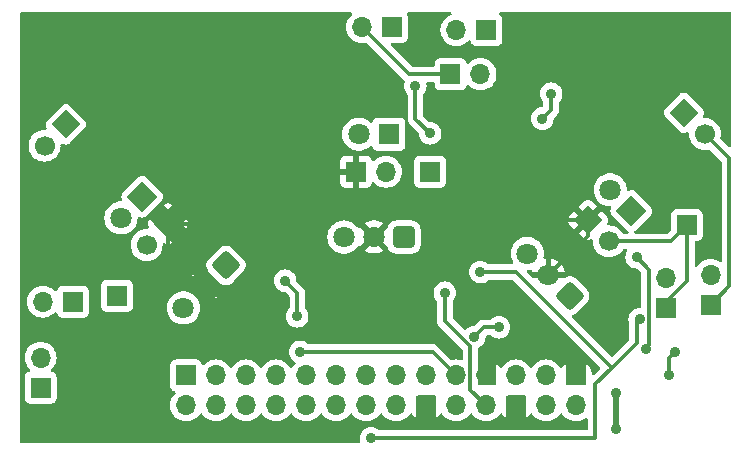
<source format=gbr>
%TF.GenerationSoftware,KiCad,Pcbnew,8.0.0*%
%TF.CreationDate,2024-03-24T13:32:08+02:00*%
%TF.ProjectId,sensor,73656e73-6f72-42e6-9b69-6361645f7063,rev?*%
%TF.SameCoordinates,Original*%
%TF.FileFunction,Copper,L2,Bot*%
%TF.FilePolarity,Positive*%
%FSLAX46Y46*%
G04 Gerber Fmt 4.6, Leading zero omitted, Abs format (unit mm)*
G04 Created by KiCad (PCBNEW 8.0.0) date 2024-03-24 13:32:08*
%MOMM*%
%LPD*%
G01*
G04 APERTURE LIST*
G04 Aperture macros list*
%AMRoundRect*
0 Rectangle with rounded corners*
0 $1 Rounding radius*
0 $2 $3 $4 $5 $6 $7 $8 $9 X,Y pos of 4 corners*
0 Add a 4 corners polygon primitive as box body*
4,1,4,$2,$3,$4,$5,$6,$7,$8,$9,$2,$3,0*
0 Add four circle primitives for the rounded corners*
1,1,$1+$1,$2,$3*
1,1,$1+$1,$4,$5*
1,1,$1+$1,$6,$7*
1,1,$1+$1,$8,$9*
0 Add four rect primitives between the rounded corners*
20,1,$1+$1,$2,$3,$4,$5,0*
20,1,$1+$1,$4,$5,$6,$7,0*
20,1,$1+$1,$6,$7,$8,$9,0*
20,1,$1+$1,$8,$9,$2,$3,0*%
%AMHorizOval*
0 Thick line with rounded ends*
0 $1 width*
0 $2 $3 position (X,Y) of the first rounded end (center of the circle)*
0 $4 $5 position (X,Y) of the second rounded end (center of the circle)*
0 Add line between two ends*
20,1,$1,$2,$3,$4,$5,0*
0 Add two circle primitives to create the rounded ends*
1,1,$1,$2,$3*
1,1,$1,$4,$5*%
%AMRotRect*
0 Rectangle, with rotation*
0 The origin of the aperture is its center*
0 $1 length*
0 $2 width*
0 $3 Rotation angle, in degrees counterclockwise*
0 Add horizontal line*
21,1,$1,$2,0,0,$3*%
G04 Aperture macros list end*
%TA.AperFunction,ComponentPad*%
%ADD10R,1.700000X1.700000*%
%TD*%
%TA.AperFunction,ComponentPad*%
%ADD11O,1.700000X1.700000*%
%TD*%
%TA.AperFunction,ComponentPad*%
%ADD12RotRect,1.700000X1.700000X315.000000*%
%TD*%
%TA.AperFunction,ComponentPad*%
%ADD13HorizOval,1.700000X0.000000X0.000000X0.000000X0.000000X0*%
%TD*%
%TA.AperFunction,ComponentPad*%
%ADD14RoundRect,0.250200X0.649800X0.649800X-0.649800X0.649800X-0.649800X-0.649800X0.649800X-0.649800X0*%
%TD*%
%TA.AperFunction,ComponentPad*%
%ADD15C,1.800000*%
%TD*%
%TA.AperFunction,ComponentPad*%
%ADD16RotRect,1.800000X1.800000X135.000000*%
%TD*%
%TA.AperFunction,ComponentPad*%
%ADD17RotRect,1.700000X1.700000X45.000000*%
%TD*%
%TA.AperFunction,ComponentPad*%
%ADD18HorizOval,1.700000X0.000000X0.000000X0.000000X0.000000X0*%
%TD*%
%TA.AperFunction,ComponentPad*%
%ADD19RoundRect,0.250200X0.000000X0.918956X-0.918956X0.000000X0.000000X-0.918956X0.918956X0.000000X0*%
%TD*%
%TA.AperFunction,ComponentPad*%
%ADD20RotRect,1.800000X1.800000X225.000000*%
%TD*%
%TA.AperFunction,ComponentPad*%
%ADD21R,1.800000X1.800000*%
%TD*%
%TA.AperFunction,ComponentPad*%
%ADD22RoundRect,0.250200X0.918956X0.000000X0.000000X0.918956X-0.918956X0.000000X0.000000X-0.918956X0*%
%TD*%
%TA.AperFunction,ViaPad*%
%ADD23C,0.900000*%
%TD*%
%TA.AperFunction,Conductor*%
%ADD24C,0.300000*%
%TD*%
%TA.AperFunction,Conductor*%
%ADD25C,0.500000*%
%TD*%
G04 APERTURE END LIST*
D10*
%TO.P,J9,1,Pin_1*%
%TO.N,Net-(J8-Pin_2)*%
X168000000Y-100275000D03*
D11*
%TO.P,J9,2,Pin_2*%
%TO.N,Net-(J9-Pin_2)*%
X168000000Y-97735000D03*
%TD*%
D12*
%TO.P,J5,1,Pin_1*%
%TO.N,GND*%
X122051562Y-93398437D03*
D13*
%TO.P,J5,2,Pin_2*%
%TO.N,Net-(J5-Pin_2)*%
X120255511Y-95194488D03*
%TD*%
D10*
%TO.P,J15,1,Pin_1*%
%TO.N,Net-(J13-Pin_2)*%
X144250000Y-89000000D03*
%TD*%
D12*
%TO.P,J1,1,Pin_1*%
%TO.N,/3V3*%
X113401562Y-84992926D03*
D13*
%TO.P,J1,2,Pin_2*%
%TO.N,Net-(J1-Pin_2)*%
X111605511Y-86788977D03*
%TD*%
D14*
%TO.P,U4,1,OUT*%
%TO.N,Net-(U1C-+)*%
X142040000Y-94525000D03*
D15*
%TO.P,U4,2,GND*%
%TO.N,GND*%
X139500000Y-94525000D03*
%TO.P,U4,3,Vs*%
%TO.N,/3V3*%
X136960000Y-94525000D03*
%TD*%
D16*
%TO.P,D1,1,K*%
%TO.N,Net-(D1-K)*%
X161296051Y-92320153D03*
D15*
%TO.P,D1,2,A*%
%TO.N,/3V3*%
X159500000Y-90524102D03*
%TD*%
D10*
%TO.P,J2,1,Pin_1*%
%TO.N,Net-(J1-Pin_2)*%
X111275000Y-107275000D03*
D11*
%TO.P,J2,2,Pin_2*%
%TO.N,Net-(J2-Pin_2)*%
X111275000Y-104735000D03*
%TD*%
D17*
%TO.P,J12,1,Pin_1*%
%TO.N,GND*%
X157598439Y-93098437D03*
D18*
%TO.P,J12,2,Pin_2*%
%TO.N,Net-(J12-Pin_2)*%
X159394490Y-94894488D03*
%TD*%
D19*
%TO.P,U2,1,OUT*%
%TO.N,Net-(U1A-+)*%
X126960836Y-96928734D03*
D15*
%TO.P,U2,2,GND*%
%TO.N,GND*%
X125164785Y-98724785D03*
%TO.P,U2,3,Vs*%
%TO.N,/3V3*%
X123368734Y-100520836D03*
%TD*%
D10*
%TO.P,J3,1,Pin_1*%
%TO.N,/3V3*%
X123600000Y-106250000D03*
D11*
%TO.P,J3,2,Pin_2*%
%TO.N,/BATT*%
X123600000Y-108790000D03*
%TO.P,J3,3,Pin_3*%
%TO.N,/RESV2*%
X126140000Y-106250000D03*
%TO.P,J3,4,Pin_4*%
%TO.N,/PE15*%
X126140000Y-108790000D03*
%TO.P,J3,5,Pin_5*%
%TO.N,/PE14*%
X128680000Y-106250000D03*
%TO.P,J3,6,Pin_6*%
%TO.N,/PA13*%
X128680000Y-108790000D03*
%TO.P,J3,7,Pin_7*%
%TO.N,/PE12*%
X131220000Y-106250000D03*
%TO.P,J3,8,Pin_8*%
%TO.N,/PE11*%
X131220000Y-108790000D03*
%TO.P,J3,9,Pin_9*%
%TO.N,/PA10*%
X133760000Y-106250000D03*
%TO.P,J3,10,Pin_10*%
%TO.N,/PE9*%
X133760000Y-108790000D03*
%TO.P,J3,11,Pin_11*%
%TO.N,/PE8*%
X136300000Y-106250000D03*
%TO.P,J3,12,Pin_12*%
%TO.N,/RESV1*%
X136300000Y-108790000D03*
%TO.P,J3,13,Pin_13*%
%TO.N,/BATT*%
X138840000Y-106250000D03*
%TO.P,J3,14,Pin_14*%
%TO.N,/3V3*%
X138840000Y-108790000D03*
%TO.P,J3,15,Pin_15*%
%TO.N,GND*%
X141380000Y-106250000D03*
%TO.P,J3,16,Pin_16*%
%TO.N,/AB0*%
X141380000Y-108790000D03*
%TO.P,J3,17,Pin_17*%
%TO.N,/PC5*%
X143920000Y-106250000D03*
%TO.P,J3,18,Pin_18*%
%TO.N,GND*%
X143920000Y-108790000D03*
%TO.P,J3,19,Pin_19*%
%TO.N,/PC4*%
X146460000Y-106250000D03*
%TO.P,J3,20,Pin_20*%
%TO.N,/PA7*%
X146460000Y-108790000D03*
%TO.P,J3,21,Pin_21*%
%TO.N,GND*%
X149000000Y-106250000D03*
%TO.P,J3,22,Pin_22*%
%TO.N,/PA6*%
X149000000Y-108790000D03*
%TO.P,J3,23,Pin_23*%
%TO.N,/PA5*%
X151540000Y-106250000D03*
%TO.P,J3,24,Pin_24*%
%TO.N,GND*%
X151540000Y-108790000D03*
%TO.P,J3,25,Pin_25*%
%TO.N,/PA4*%
X154080000Y-106250000D03*
%TO.P,J3,26,Pin_26*%
%TO.N,/PA3*%
X154080000Y-108790000D03*
%TO.P,J3,27,Pin_27*%
%TO.N,GND*%
X156620000Y-106250000D03*
%TO.P,J3,28,Pin_28*%
%TO.N,/RESV3*%
X156620000Y-108790000D03*
%TD*%
D10*
%TO.P,J11,1,Pin_1*%
%TO.N,Net-(J10-Pin_2)*%
X145975000Y-80750000D03*
D11*
%TO.P,J11,2,Pin_2*%
%TO.N,Net-(J11-Pin_2)*%
X148515000Y-80750000D03*
%TD*%
D10*
%TO.P,J13,1,Pin_1*%
%TO.N,GND*%
X137975000Y-89000000D03*
D11*
%TO.P,J13,2,Pin_2*%
%TO.N,Net-(J13-Pin_2)*%
X140515000Y-89000000D03*
%TD*%
D17*
%TO.P,J8,1,Pin_1*%
%TO.N,/3V3*%
X165725000Y-84000000D03*
D18*
%TO.P,J8,2,Pin_2*%
%TO.N,Net-(J8-Pin_2)*%
X167521051Y-85796051D03*
%TD*%
D10*
%TO.P,J10,1,Pin_1*%
%TO.N,/3V3*%
X141025000Y-76750000D03*
D11*
%TO.P,J10,2,Pin_2*%
%TO.N,Net-(J10-Pin_2)*%
X138485000Y-76750000D03*
%TD*%
D10*
%TO.P,J7,1,Pin_1*%
%TO.N,Net-(J5-Pin_2)*%
X114010000Y-100000000D03*
D11*
%TO.P,J7,2,Pin_2*%
%TO.N,/3V3*%
X111470000Y-100000000D03*
%TD*%
D10*
%TO.P,J14,1,Pin_1*%
%TO.N,Net-(J12-Pin_2)*%
X166000000Y-93500000D03*
%TD*%
D20*
%TO.P,D2,1,K*%
%TO.N,Net-(D2-K)*%
X119881460Y-91113693D03*
D15*
%TO.P,D2,2,A*%
%TO.N,/3V3*%
X118085409Y-92909744D03*
%TD*%
D10*
%TO.P,J6,1,Pin_1*%
%TO.N,Net-(J5-Pin_2)*%
X117750000Y-99500000D03*
%TD*%
D21*
%TO.P,D3,1,K*%
%TO.N,Net-(D3-K)*%
X140750000Y-85825000D03*
D15*
%TO.P,D3,2,A*%
%TO.N,/3V3*%
X138210000Y-85825000D03*
%TD*%
D22*
%TO.P,U3,1,OUT*%
%TO.N,Net-(U1B-+)*%
X156071267Y-99520836D03*
D15*
%TO.P,U3,2,GND*%
%TO.N,GND*%
X154275216Y-97724785D03*
%TO.P,U3,3,Vs*%
%TO.N,/3V3*%
X152479165Y-95928734D03*
%TD*%
D10*
%TO.P,J16,1,Pin_1*%
%TO.N,Net-(J12-Pin_2)*%
X164250000Y-100500000D03*
D11*
%TO.P,J16,2,Pin_2*%
%TO.N,/3V3*%
X164250000Y-97960000D03*
%TD*%
D10*
%TO.P,J17,1,Pin_1*%
%TO.N,Net-(J13-Pin_2)*%
X149025000Y-77000000D03*
D11*
%TO.P,J17,2,Pin_2*%
%TO.N,/3V3*%
X146485000Y-77000000D03*
%TD*%
D23*
%TO.N,Net-(D1-K)*%
X162490564Y-104009436D03*
X161750000Y-96250000D03*
%TO.N,/3V3*%
X160000000Y-107750000D03*
X159994314Y-110755686D03*
%TO.N,GND*%
X123515686Y-97015686D03*
X152750000Y-88250000D03*
X118000000Y-102750000D03*
%TO.N,Net-(J9-Pin_2)*%
X164500000Y-106250000D03*
X165000000Y-104250000D03*
%TO.N,/PC4*%
X133250000Y-104250000D03*
%TO.N,/PA6*%
X145500000Y-99250000D03*
%TO.N,Net-(J11-Pin_2)*%
X153750000Y-84500000D03*
X154500000Y-82398959D03*
%TO.N,/PE15*%
X148500000Y-97500000D03*
X139250000Y-111550000D03*
X162000000Y-101500000D03*
%TO.N,Net-(J13-Pin_2)*%
X144250000Y-85750000D03*
X143000000Y-81750000D03*
%TO.N,Net-(U1A-+)*%
X131981103Y-98231103D03*
X133000000Y-101250000D03*
%TO.N,Net-(U1B-+)*%
X150082107Y-102167893D03*
X148000000Y-103000000D03*
%TD*%
D24*
%TO.N,Net-(D1-K)*%
X162800000Y-103700000D02*
X162800000Y-97300000D01*
X162800000Y-97300000D02*
X161750000Y-96250000D01*
X162490564Y-104009436D02*
X162800000Y-103700000D01*
D25*
%TO.N,/3V3*%
X159994314Y-110755686D02*
X159994314Y-107755686D01*
X159994314Y-107755686D02*
X160000000Y-107750000D01*
D24*
%TO.N,GND*%
X132000000Y-89000000D02*
X137975000Y-89000000D01*
X141775000Y-92250000D02*
X147000000Y-92250000D01*
X154275216Y-97724785D02*
X157598439Y-94401562D01*
X122051562Y-93398437D02*
X127601563Y-93398437D01*
X147848437Y-93098437D02*
X157598439Y-93098437D01*
X118000000Y-102750000D02*
X122025215Y-98724785D01*
X139500000Y-94525000D02*
X141775000Y-92250000D01*
X122025215Y-98724785D02*
X125164785Y-98724785D01*
X137975000Y-89000000D02*
X137975000Y-93000000D01*
X147000000Y-92250000D02*
X147848437Y-93098437D01*
X127601563Y-93398437D02*
X132000000Y-89000000D01*
X122051562Y-95551562D02*
X122051562Y-93398437D01*
X137975000Y-93000000D02*
X139500000Y-94525000D01*
X152750000Y-88250000D02*
X157598439Y-93098437D01*
X123515686Y-97015686D02*
X122051562Y-95551562D01*
X157598439Y-94401562D02*
X157598439Y-93098437D01*
%TO.N,Net-(J9-Pin_2)*%
X164500000Y-104750000D02*
X165000000Y-104250000D01*
X164500000Y-106250000D02*
X164500000Y-104750000D01*
%TO.N,/PC4*%
X144460000Y-104250000D02*
X146460000Y-106250000D01*
X133250000Y-104250000D02*
X144460000Y-104250000D01*
%TO.N,/PA6*%
X147660000Y-103791371D02*
X145500000Y-101631371D01*
X145500000Y-101631371D02*
X145500000Y-99250000D01*
X147660000Y-107450000D02*
X147660000Y-103791371D01*
X149000000Y-108790000D02*
X147660000Y-107450000D01*
%TO.N,Net-(J11-Pin_2)*%
X154500000Y-82398959D02*
X154500000Y-83750000D01*
X154500000Y-83750000D02*
X153750000Y-84500000D01*
%TO.N,/PE15*%
X158250000Y-107000000D02*
X159625000Y-105625000D01*
X158250000Y-111500000D02*
X158250000Y-107000000D01*
X158200000Y-111550000D02*
X158250000Y-111500000D01*
X139250000Y-111550000D02*
X158200000Y-111550000D01*
X151500000Y-97500000D02*
X159625000Y-105625000D01*
X148500000Y-97500000D02*
X151500000Y-97500000D01*
X159625000Y-105625000D02*
X161750000Y-103500000D01*
X161750000Y-103500000D02*
X161750000Y-101750000D01*
X161750000Y-101750000D02*
X162000000Y-101500000D01*
%TO.N,Net-(J8-Pin_2)*%
X168000000Y-100275000D02*
X169600000Y-98675000D01*
X169600000Y-87875000D02*
X167521051Y-85796051D01*
X169600000Y-98675000D02*
X169600000Y-87875000D01*
%TO.N,Net-(J10-Pin_2)*%
X142485000Y-80750000D02*
X145975000Y-80750000D01*
X138485000Y-76750000D02*
X142485000Y-80750000D01*
%TO.N,Net-(J13-Pin_2)*%
X143000000Y-81750000D02*
X143000000Y-84500000D01*
X143000000Y-84500000D02*
X144250000Y-85750000D01*
%TO.N,Net-(J12-Pin_2)*%
X166000000Y-98275000D02*
X164000000Y-100275000D01*
X164605512Y-94894488D02*
X166000000Y-93500000D01*
X166000000Y-93500000D02*
X166000000Y-98275000D01*
X159394490Y-94894488D02*
X164605512Y-94894488D01*
%TO.N,Net-(U1A-+)*%
X131981103Y-98231103D02*
X133000000Y-99250000D01*
X133000000Y-99250000D02*
X133000000Y-101250000D01*
%TO.N,Net-(U1B-+)*%
X150082107Y-102167893D02*
X148832107Y-102167893D01*
X148832107Y-102167893D02*
X148000000Y-103000000D01*
%TD*%
%TA.AperFunction,Conductor*%
%TO.N,GND*%
G36*
X137592280Y-75520185D02*
G01*
X137638035Y-75572989D01*
X137647979Y-75642147D01*
X137618954Y-75705703D01*
X137612922Y-75712181D01*
X137446505Y-75878597D01*
X137310965Y-76072169D01*
X137310964Y-76072171D01*
X137211098Y-76286335D01*
X137211094Y-76286344D01*
X137149938Y-76514586D01*
X137149936Y-76514596D01*
X137129341Y-76749999D01*
X137129341Y-76750000D01*
X137149936Y-76985403D01*
X137149938Y-76985413D01*
X137211094Y-77213655D01*
X137211096Y-77213659D01*
X137211097Y-77213663D01*
X137310965Y-77427830D01*
X137310967Y-77427834D01*
X137336056Y-77463664D01*
X137446505Y-77621401D01*
X137613599Y-77788495D01*
X137710384Y-77856265D01*
X137807165Y-77924032D01*
X137807167Y-77924033D01*
X137807170Y-77924035D01*
X138021337Y-78023903D01*
X138249592Y-78085063D01*
X138429634Y-78100815D01*
X138484999Y-78105659D01*
X138485000Y-78105659D01*
X138485001Y-78105659D01*
X138540366Y-78100815D01*
X138720408Y-78085063D01*
X138792989Y-78065615D01*
X138862839Y-78067278D01*
X138912763Y-78097709D01*
X142070324Y-81255271D01*
X142075034Y-81259136D01*
X142073308Y-81261239D01*
X142110586Y-81305876D01*
X142119270Y-81375204D01*
X142115534Y-81391322D01*
X142063252Y-81563670D01*
X142044901Y-81750000D01*
X142063252Y-81936331D01*
X142063253Y-81936333D01*
X142117604Y-82115502D01*
X142169519Y-82212628D01*
X142205864Y-82280625D01*
X142321354Y-82421350D01*
X142348666Y-82485656D01*
X142349500Y-82500012D01*
X142349500Y-84564070D01*
X142357206Y-84602812D01*
X142366301Y-84648531D01*
X142372412Y-84679248D01*
X142372413Y-84679259D01*
X142372414Y-84679259D01*
X142374498Y-84689742D01*
X142374500Y-84689747D01*
X142423533Y-84808125D01*
X142494726Y-84914673D01*
X142494727Y-84914674D01*
X143259687Y-85679633D01*
X143293172Y-85740956D01*
X143295409Y-85755160D01*
X143313252Y-85936331D01*
X143313253Y-85936333D01*
X143367604Y-86115502D01*
X143455862Y-86280623D01*
X143455864Y-86280626D01*
X143574642Y-86425357D01*
X143719373Y-86544135D01*
X143719376Y-86544137D01*
X143865663Y-86622328D01*
X143884499Y-86632396D01*
X144041998Y-86680173D01*
X144063666Y-86686746D01*
X144063668Y-86686747D01*
X144077883Y-86688147D01*
X144250000Y-86705099D01*
X144436331Y-86686747D01*
X144615501Y-86632396D01*
X144780625Y-86544136D01*
X144925357Y-86425357D01*
X145044136Y-86280625D01*
X145132396Y-86115501D01*
X145186747Y-85936331D01*
X145205099Y-85750000D01*
X145186747Y-85563669D01*
X145132396Y-85384499D01*
X145084097Y-85294137D01*
X145044137Y-85219376D01*
X145044135Y-85219373D01*
X144925357Y-85074642D01*
X144780626Y-84955864D01*
X144780623Y-84955862D01*
X144615502Y-84867604D01*
X144436333Y-84813253D01*
X144436331Y-84813252D01*
X144255160Y-84795409D01*
X144190373Y-84769248D01*
X144179633Y-84759687D01*
X143919946Y-84500000D01*
X152794901Y-84500000D01*
X152813252Y-84686331D01*
X152813253Y-84686333D01*
X152867604Y-84865502D01*
X152955862Y-85030623D01*
X152955864Y-85030626D01*
X153074642Y-85175357D01*
X153219373Y-85294135D01*
X153219376Y-85294137D01*
X153358875Y-85368700D01*
X153384499Y-85382396D01*
X153563666Y-85436746D01*
X153563668Y-85436747D01*
X153580374Y-85438392D01*
X153750000Y-85455099D01*
X153936331Y-85436747D01*
X154115501Y-85382396D01*
X154280625Y-85294136D01*
X154425357Y-85175357D01*
X154544136Y-85030625D01*
X154632396Y-84865501D01*
X154686747Y-84686331D01*
X154704591Y-84505157D01*
X154730750Y-84440372D01*
X154740295Y-84429649D01*
X155005276Y-84164669D01*
X155076465Y-84058127D01*
X155125501Y-83939744D01*
X155128725Y-83923535D01*
X155150500Y-83814069D01*
X155150500Y-83148971D01*
X155170185Y-83081932D01*
X155178633Y-83070323D01*
X155294136Y-82929584D01*
X155382396Y-82764460D01*
X155436747Y-82585290D01*
X155455099Y-82398959D01*
X155436747Y-82212628D01*
X155382396Y-82033458D01*
X155341821Y-81957547D01*
X155294137Y-81868335D01*
X155294135Y-81868332D01*
X155175357Y-81723601D01*
X155030626Y-81604823D01*
X155030623Y-81604821D01*
X154865502Y-81516563D01*
X154686333Y-81462212D01*
X154686331Y-81462211D01*
X154500000Y-81443860D01*
X154313668Y-81462211D01*
X154313666Y-81462212D01*
X154134497Y-81516563D01*
X153969376Y-81604821D01*
X153969373Y-81604823D01*
X153824642Y-81723601D01*
X153705864Y-81868332D01*
X153705862Y-81868335D01*
X153617604Y-82033456D01*
X153563253Y-82212625D01*
X153563252Y-82212627D01*
X153544901Y-82398959D01*
X153563252Y-82585290D01*
X153563253Y-82585292D01*
X153617604Y-82764461D01*
X153705862Y-82929581D01*
X153705864Y-82929584D01*
X153821354Y-83070309D01*
X153848666Y-83134615D01*
X153849500Y-83148971D01*
X153849500Y-83422713D01*
X153829815Y-83489752D01*
X153777011Y-83535507D01*
X153737655Y-83546116D01*
X153563667Y-83563253D01*
X153563666Y-83563253D01*
X153384497Y-83617604D01*
X153219376Y-83705862D01*
X153219373Y-83705864D01*
X153074642Y-83824642D01*
X152955864Y-83969373D01*
X152955862Y-83969376D01*
X152867604Y-84134497D01*
X152813253Y-84313666D01*
X152813252Y-84313668D01*
X152794901Y-84500000D01*
X143919946Y-84500000D01*
X143686819Y-84266873D01*
X143653334Y-84205550D01*
X143650500Y-84179192D01*
X143650500Y-82500012D01*
X143670185Y-82432973D01*
X143678633Y-82421364D01*
X143794136Y-82280625D01*
X143882396Y-82115501D01*
X143936747Y-81936331D01*
X143955099Y-81750000D01*
X143936747Y-81563669D01*
X143935783Y-81560494D01*
X143935768Y-81558748D01*
X143935559Y-81557696D01*
X143935758Y-81557656D01*
X143935161Y-81490628D01*
X143972409Y-81431515D01*
X144035704Y-81401924D01*
X144054445Y-81400500D01*
X144500501Y-81400500D01*
X144567540Y-81420185D01*
X144613295Y-81472989D01*
X144624501Y-81524500D01*
X144624501Y-81647876D01*
X144630908Y-81707483D01*
X144681202Y-81842328D01*
X144681206Y-81842335D01*
X144767452Y-81957544D01*
X144767455Y-81957547D01*
X144882664Y-82043793D01*
X144882671Y-82043797D01*
X145017517Y-82094091D01*
X145017516Y-82094091D01*
X145024444Y-82094835D01*
X145077127Y-82100500D01*
X146872872Y-82100499D01*
X146932483Y-82094091D01*
X147067331Y-82043796D01*
X147182546Y-81957546D01*
X147268796Y-81842331D01*
X147317810Y-81710916D01*
X147359681Y-81654984D01*
X147425145Y-81630566D01*
X147493418Y-81645417D01*
X147521673Y-81666569D01*
X147643599Y-81788495D01*
X147740384Y-81856265D01*
X147837165Y-81924032D01*
X147837167Y-81924033D01*
X147837170Y-81924035D01*
X148051337Y-82023903D01*
X148279592Y-82085063D01*
X148456034Y-82100500D01*
X148514999Y-82105659D01*
X148515000Y-82105659D01*
X148515001Y-82105659D01*
X148573966Y-82100500D01*
X148750408Y-82085063D01*
X148978663Y-82023903D01*
X149192830Y-81924035D01*
X149386401Y-81788495D01*
X149553495Y-81621401D01*
X149689035Y-81427830D01*
X149788903Y-81213663D01*
X149850063Y-80985408D01*
X149870659Y-80750000D01*
X149850063Y-80514592D01*
X149788903Y-80286337D01*
X149689035Y-80072171D01*
X149682741Y-80063181D01*
X149553494Y-79878597D01*
X149386402Y-79711506D01*
X149386395Y-79711501D01*
X149192834Y-79575967D01*
X149192830Y-79575965D01*
X149192828Y-79575964D01*
X148978663Y-79476097D01*
X148978659Y-79476096D01*
X148978655Y-79476094D01*
X148750413Y-79414938D01*
X148750403Y-79414936D01*
X148515001Y-79394341D01*
X148514999Y-79394341D01*
X148279596Y-79414936D01*
X148279586Y-79414938D01*
X148051344Y-79476094D01*
X148051335Y-79476098D01*
X147837171Y-79575964D01*
X147837169Y-79575965D01*
X147643600Y-79711503D01*
X147521673Y-79833430D01*
X147460350Y-79866914D01*
X147390658Y-79861930D01*
X147334725Y-79820058D01*
X147317810Y-79789081D01*
X147268797Y-79657671D01*
X147268793Y-79657664D01*
X147182547Y-79542455D01*
X147182544Y-79542452D01*
X147067335Y-79456206D01*
X147067328Y-79456202D01*
X146932482Y-79405908D01*
X146932483Y-79405908D01*
X146872883Y-79399501D01*
X146872881Y-79399500D01*
X146872873Y-79399500D01*
X146872864Y-79399500D01*
X145077129Y-79399500D01*
X145077123Y-79399501D01*
X145017516Y-79405908D01*
X144882671Y-79456202D01*
X144882664Y-79456206D01*
X144767455Y-79542452D01*
X144767452Y-79542455D01*
X144681206Y-79657664D01*
X144681202Y-79657671D01*
X144630908Y-79792517D01*
X144624501Y-79852116D01*
X144624500Y-79852135D01*
X144624500Y-79975500D01*
X144604815Y-80042539D01*
X144552011Y-80088294D01*
X144500500Y-80099500D01*
X142805808Y-80099500D01*
X142738769Y-80079815D01*
X142718127Y-80063181D01*
X140967126Y-78312180D01*
X140933641Y-78250857D01*
X140938625Y-78181165D01*
X140980497Y-78125232D01*
X141045961Y-78100815D01*
X141054807Y-78100499D01*
X141922871Y-78100499D01*
X141922872Y-78100499D01*
X141982483Y-78094091D01*
X142117331Y-78043796D01*
X142232546Y-77957546D01*
X142318796Y-77842331D01*
X142369091Y-77707483D01*
X142375500Y-77647873D01*
X142375499Y-75852128D01*
X142369091Y-75792517D01*
X142336898Y-75706204D01*
X142322587Y-75667833D01*
X142317603Y-75598141D01*
X142351088Y-75536818D01*
X142412411Y-75503334D01*
X142438769Y-75500500D01*
X145945804Y-75500500D01*
X146012843Y-75520185D01*
X146058598Y-75572989D01*
X146068542Y-75642147D01*
X146039517Y-75705703D01*
X145998209Y-75736882D01*
X145807171Y-75825964D01*
X145807169Y-75825965D01*
X145613597Y-75961505D01*
X145446505Y-76128597D01*
X145310965Y-76322169D01*
X145310964Y-76322171D01*
X145211098Y-76536335D01*
X145211094Y-76536344D01*
X145149938Y-76764586D01*
X145149936Y-76764596D01*
X145129341Y-76999999D01*
X145129341Y-77000000D01*
X145149936Y-77235403D01*
X145149938Y-77235413D01*
X145211094Y-77463655D01*
X145211096Y-77463659D01*
X145211097Y-77463663D01*
X145310965Y-77677830D01*
X145310967Y-77677834D01*
X145419281Y-77832521D01*
X145446505Y-77871401D01*
X145613599Y-78038495D01*
X145692998Y-78094091D01*
X145807165Y-78174032D01*
X145807167Y-78174033D01*
X145807170Y-78174035D01*
X146021337Y-78273903D01*
X146249592Y-78335063D01*
X146426034Y-78350500D01*
X146484999Y-78355659D01*
X146485000Y-78355659D01*
X146485001Y-78355659D01*
X146543966Y-78350500D01*
X146720408Y-78335063D01*
X146948663Y-78273903D01*
X147162830Y-78174035D01*
X147356401Y-78038495D01*
X147478329Y-77916566D01*
X147539648Y-77883084D01*
X147609340Y-77888068D01*
X147665274Y-77929939D01*
X147682189Y-77960917D01*
X147731202Y-78092328D01*
X147731206Y-78092335D01*
X147817452Y-78207544D01*
X147817455Y-78207547D01*
X147932664Y-78293793D01*
X147932671Y-78293797D01*
X148067517Y-78344091D01*
X148067516Y-78344091D01*
X148074444Y-78344835D01*
X148127127Y-78350500D01*
X149922872Y-78350499D01*
X149982483Y-78344091D01*
X150117331Y-78293796D01*
X150232546Y-78207546D01*
X150318796Y-78092331D01*
X150369091Y-77957483D01*
X150375500Y-77897873D01*
X150375499Y-76102128D01*
X150369091Y-76042517D01*
X150367810Y-76039083D01*
X150318797Y-75907671D01*
X150318793Y-75907664D01*
X150232547Y-75792455D01*
X150232544Y-75792452D01*
X150140792Y-75723766D01*
X150098921Y-75667832D01*
X150093937Y-75598141D01*
X150127423Y-75536818D01*
X150188746Y-75503334D01*
X150215103Y-75500500D01*
X169625500Y-75500500D01*
X169692539Y-75520185D01*
X169738294Y-75572989D01*
X169749500Y-75624500D01*
X169749500Y-86805192D01*
X169729815Y-86872231D01*
X169677011Y-86917986D01*
X169607853Y-86927930D01*
X169544297Y-86898905D01*
X169537819Y-86892873D01*
X168868760Y-86223814D01*
X168835275Y-86162491D01*
X168836666Y-86104040D01*
X168837596Y-86100568D01*
X168856114Y-86031459D01*
X168876710Y-85796051D01*
X168856114Y-85560643D01*
X168794954Y-85332388D01*
X168695086Y-85118222D01*
X168633751Y-85030625D01*
X168559545Y-84924648D01*
X168392453Y-84757557D01*
X168392446Y-84757552D01*
X168198885Y-84622018D01*
X168198881Y-84622016D01*
X167984714Y-84522148D01*
X167984710Y-84522147D01*
X167984706Y-84522145D01*
X167756464Y-84460989D01*
X167756454Y-84460987D01*
X167521052Y-84440392D01*
X167521049Y-84440392D01*
X167478003Y-84444158D01*
X167409503Y-84430391D01*
X167359320Y-84381776D01*
X167343387Y-84313747D01*
X167354402Y-84269118D01*
X167395471Y-84179192D01*
X167412247Y-84142457D01*
X167432728Y-84000000D01*
X167412247Y-83857543D01*
X167397221Y-83824642D01*
X167352460Y-83726629D01*
X167352459Y-83726628D01*
X167352459Y-83726627D01*
X167314840Y-83679944D01*
X167314835Y-83679939D01*
X167314831Y-83679934D01*
X166045059Y-82410165D01*
X166045053Y-82410160D01*
X166045049Y-82410156D01*
X165998373Y-82372540D01*
X165867459Y-82312753D01*
X165867455Y-82312752D01*
X165725000Y-82292272D01*
X165582544Y-82312752D01*
X165582540Y-82312753D01*
X165451629Y-82372539D01*
X165404934Y-82410168D01*
X164135165Y-83679940D01*
X164135156Y-83679950D01*
X164097540Y-83726626D01*
X164037753Y-83857540D01*
X164037752Y-83857544D01*
X164017272Y-84000000D01*
X164037752Y-84142455D01*
X164037753Y-84142459D01*
X164097539Y-84273370D01*
X164097540Y-84273371D01*
X164097541Y-84273373D01*
X164135160Y-84320056D01*
X164135163Y-84320059D01*
X164135168Y-84320065D01*
X165197501Y-85382395D01*
X165404944Y-85589838D01*
X165404948Y-85589841D01*
X165404950Y-85589843D01*
X165451626Y-85627459D01*
X165582540Y-85687246D01*
X165582541Y-85687246D01*
X165582543Y-85687247D01*
X165725000Y-85707728D01*
X165867457Y-85687247D01*
X165994118Y-85629401D01*
X166063276Y-85619458D01*
X166126832Y-85648482D01*
X166164607Y-85707260D01*
X166169158Y-85753003D01*
X166165392Y-85796048D01*
X166165392Y-85796051D01*
X166185987Y-86031454D01*
X166185989Y-86031464D01*
X166247145Y-86259706D01*
X166247147Y-86259710D01*
X166247148Y-86259714D01*
X166313000Y-86400934D01*
X166347016Y-86473881D01*
X166347018Y-86473885D01*
X166402810Y-86553563D01*
X166482556Y-86667452D01*
X166649650Y-86834546D01*
X166684450Y-86858913D01*
X166843216Y-86970083D01*
X166843218Y-86970084D01*
X166843221Y-86970086D01*
X167057388Y-87069954D01*
X167057394Y-87069955D01*
X167057395Y-87069956D01*
X167104386Y-87082547D01*
X167285643Y-87131114D01*
X167473969Y-87147590D01*
X167521050Y-87151710D01*
X167521051Y-87151710D01*
X167521052Y-87151710D01*
X167560285Y-87148277D01*
X167756459Y-87131114D01*
X167829040Y-87111666D01*
X167898890Y-87113329D01*
X167948814Y-87143760D01*
X168913181Y-88108127D01*
X168946666Y-88169450D01*
X168949500Y-88195808D01*
X168949500Y-96512988D01*
X168929815Y-96580027D01*
X168877011Y-96625782D01*
X168807853Y-96635726D01*
X168754377Y-96614563D01*
X168677834Y-96560967D01*
X168677830Y-96560965D01*
X168651607Y-96548737D01*
X168463663Y-96461097D01*
X168463659Y-96461096D01*
X168463655Y-96461094D01*
X168235413Y-96399938D01*
X168235403Y-96399936D01*
X168000001Y-96379341D01*
X167999999Y-96379341D01*
X167764596Y-96399936D01*
X167764586Y-96399938D01*
X167536344Y-96461094D01*
X167536335Y-96461098D01*
X167322171Y-96560964D01*
X167322169Y-96560965D01*
X167128597Y-96696505D01*
X166961508Y-96863594D01*
X166876075Y-96985606D01*
X166821498Y-97029230D01*
X166751999Y-97036423D01*
X166689645Y-97004901D01*
X166654231Y-96944671D01*
X166650500Y-96914482D01*
X166650500Y-94974499D01*
X166670185Y-94907460D01*
X166722989Y-94861705D01*
X166774500Y-94850499D01*
X166897871Y-94850499D01*
X166897872Y-94850499D01*
X166957483Y-94844091D01*
X167092331Y-94793796D01*
X167207546Y-94707546D01*
X167293796Y-94592331D01*
X167344091Y-94457483D01*
X167350500Y-94397873D01*
X167350499Y-92602128D01*
X167344091Y-92542517D01*
X167314287Y-92462609D01*
X167293797Y-92407671D01*
X167293793Y-92407664D01*
X167207547Y-92292455D01*
X167207544Y-92292452D01*
X167092335Y-92206206D01*
X167092328Y-92206202D01*
X166957482Y-92155908D01*
X166957483Y-92155908D01*
X166897883Y-92149501D01*
X166897881Y-92149500D01*
X166897873Y-92149500D01*
X166897864Y-92149500D01*
X165102129Y-92149500D01*
X165102123Y-92149501D01*
X165042516Y-92155908D01*
X164907671Y-92206202D01*
X164907664Y-92206206D01*
X164792455Y-92292452D01*
X164792452Y-92292455D01*
X164706206Y-92407664D01*
X164706202Y-92407671D01*
X164655908Y-92542517D01*
X164649501Y-92602116D01*
X164649501Y-92602123D01*
X164649500Y-92602135D01*
X164649500Y-93879191D01*
X164629815Y-93946230D01*
X164613181Y-93966872D01*
X164372385Y-94207669D01*
X164311062Y-94241154D01*
X164284704Y-94243988D01*
X161640790Y-94243988D01*
X161573751Y-94224303D01*
X161527996Y-94171499D01*
X161518052Y-94102341D01*
X161547077Y-94038785D01*
X161564206Y-94024210D01*
X161563384Y-94023189D01*
X161569422Y-94018322D01*
X161569424Y-94018322D01*
X161616107Y-93980703D01*
X162956600Y-92640209D01*
X162994220Y-92593526D01*
X163054008Y-92462610D01*
X163074490Y-92320153D01*
X163054008Y-92177696D01*
X162994220Y-92046780D01*
X162956601Y-92000097D01*
X162956596Y-92000092D01*
X162956592Y-92000087D01*
X161616114Y-90659611D01*
X161616107Y-90659604D01*
X161569424Y-90621984D01*
X161472408Y-90577678D01*
X161438506Y-90562195D01*
X161438508Y-90562195D01*
X161296051Y-90541714D01*
X161153596Y-90562195D01*
X161077910Y-90596760D01*
X161008752Y-90606703D01*
X160945196Y-90577678D01*
X160907422Y-90518899D01*
X160902823Y-90494210D01*
X160886134Y-90292797D01*
X160864455Y-90207190D01*
X160829157Y-90067801D01*
X160735924Y-89855253D01*
X160608983Y-89660954D01*
X160608980Y-89660951D01*
X160608979Y-89660949D01*
X160451784Y-89490189D01*
X160451779Y-89490185D01*
X160451777Y-89490183D01*
X160268634Y-89347637D01*
X160268628Y-89347633D01*
X160064504Y-89237166D01*
X160064495Y-89237163D01*
X159844984Y-89161804D01*
X159673282Y-89133152D01*
X159616049Y-89123602D01*
X159383951Y-89123602D01*
X159338164Y-89131242D01*
X159155015Y-89161804D01*
X158935504Y-89237163D01*
X158935495Y-89237166D01*
X158731371Y-89347633D01*
X158731365Y-89347637D01*
X158548222Y-89490183D01*
X158548219Y-89490186D01*
X158548216Y-89490188D01*
X158548216Y-89490189D01*
X158489267Y-89554224D01*
X158391016Y-89660954D01*
X158264075Y-89855253D01*
X158170842Y-90067801D01*
X158113866Y-90292793D01*
X158113864Y-90292804D01*
X158094700Y-90524095D01*
X158094700Y-90524108D01*
X158113864Y-90755399D01*
X158113866Y-90755410D01*
X158170842Y-90980402D01*
X158264075Y-91192950D01*
X158391016Y-91387249D01*
X158391019Y-91387253D01*
X158391021Y-91387255D01*
X158548216Y-91558015D01*
X158548219Y-91558017D01*
X158548222Y-91558020D01*
X158731365Y-91700566D01*
X158731371Y-91700570D01*
X158731374Y-91700572D01*
X158935497Y-91811038D01*
X159049487Y-91850170D01*
X159155015Y-91886399D01*
X159155017Y-91886399D01*
X159155019Y-91886400D01*
X159383951Y-91924602D01*
X159383952Y-91924602D01*
X159460731Y-91924602D01*
X159527770Y-91944287D01*
X159573525Y-91997091D01*
X159583469Y-92066249D01*
X159573525Y-92100114D01*
X159538093Y-92177696D01*
X159517612Y-92320153D01*
X159538093Y-92462609D01*
X159597880Y-92593523D01*
X159597881Y-92593524D01*
X159597882Y-92593526D01*
X159635501Y-92640209D01*
X159635504Y-92640212D01*
X159635509Y-92640218D01*
X160657140Y-93661847D01*
X160975995Y-93980702D01*
X161022678Y-94018322D01*
X161022679Y-94018322D01*
X161028718Y-94023189D01*
X161026630Y-94025778D01*
X161063197Y-94066531D01*
X161074337Y-94135507D01*
X161046417Y-94199555D01*
X160988302Y-94238342D01*
X160951312Y-94243988D01*
X160652211Y-94243988D01*
X160585172Y-94224303D01*
X160550636Y-94191111D01*
X160432984Y-94023085D01*
X160265892Y-93855994D01*
X160265885Y-93855989D01*
X160072324Y-93720455D01*
X160072320Y-93720453D01*
X159958987Y-93667605D01*
X159858153Y-93620585D01*
X159858149Y-93620584D01*
X159858145Y-93620582D01*
X159629903Y-93559426D01*
X159629893Y-93559424D01*
X159394491Y-93538829D01*
X159394488Y-93538829D01*
X159350869Y-93542645D01*
X159282369Y-93528878D01*
X159232186Y-93480263D01*
X159216253Y-93412234D01*
X159227268Y-93367604D01*
X159285200Y-93240751D01*
X159285201Y-93240750D01*
X159305661Y-93098437D01*
X159285201Y-92956123D01*
X159285200Y-92956118D01*
X159225474Y-92825339D01*
X159187894Y-92778704D01*
X158729809Y-92320619D01*
X158729808Y-92320619D01*
X158081401Y-92969026D01*
X158064364Y-92905444D01*
X157998538Y-92791430D01*
X157905446Y-92698338D01*
X157791432Y-92632512D01*
X157727849Y-92615474D01*
X158376256Y-91967066D01*
X157918171Y-91508981D01*
X157871536Y-91471401D01*
X157740757Y-91411675D01*
X157740752Y-91411674D01*
X157598439Y-91391214D01*
X157456125Y-91411674D01*
X157456120Y-91411675D01*
X157325341Y-91471401D01*
X157278701Y-91508985D01*
X156820621Y-91967065D01*
X156820621Y-91967066D01*
X157469029Y-92615474D01*
X157405446Y-92632512D01*
X157291432Y-92698338D01*
X157198340Y-92791430D01*
X157132514Y-92905444D01*
X157115476Y-92969027D01*
X156467068Y-92320619D01*
X156467067Y-92320619D01*
X156008987Y-92778699D01*
X155971403Y-92825339D01*
X155911677Y-92956118D01*
X155911676Y-92956123D01*
X155891216Y-93098437D01*
X155911676Y-93240750D01*
X155911677Y-93240755D01*
X155971403Y-93371534D01*
X156008983Y-93418169D01*
X156467068Y-93876254D01*
X157115476Y-93227846D01*
X157132514Y-93291430D01*
X157198340Y-93405444D01*
X157291432Y-93498536D01*
X157405446Y-93564362D01*
X157469029Y-93581399D01*
X156820621Y-94229806D01*
X156820621Y-94229807D01*
X157278706Y-94687892D01*
X157325341Y-94725472D01*
X157456120Y-94785198D01*
X157456125Y-94785199D01*
X157598439Y-94805659D01*
X157740752Y-94785199D01*
X157740753Y-94785198D01*
X157867606Y-94727266D01*
X157936765Y-94717322D01*
X158000321Y-94746346D01*
X158038096Y-94805124D01*
X158042647Y-94850867D01*
X158038831Y-94894485D01*
X158038831Y-94894488D01*
X158059426Y-95129891D01*
X158059428Y-95129901D01*
X158120584Y-95358143D01*
X158120586Y-95358147D01*
X158120587Y-95358151D01*
X158154045Y-95429901D01*
X158220455Y-95572318D01*
X158220457Y-95572322D01*
X158328771Y-95727009D01*
X158355995Y-95765889D01*
X158523089Y-95932983D01*
X158619874Y-96000753D01*
X158716655Y-96068520D01*
X158716657Y-96068521D01*
X158716660Y-96068523D01*
X158930827Y-96168391D01*
X159159082Y-96229551D01*
X159333821Y-96244839D01*
X159394489Y-96250147D01*
X159394490Y-96250147D01*
X159394491Y-96250147D01*
X159455159Y-96244839D01*
X159629898Y-96229551D01*
X159858153Y-96168391D01*
X160072320Y-96068523D01*
X160265891Y-95932983D01*
X160432985Y-95765889D01*
X160550637Y-95597865D01*
X160605214Y-95554240D01*
X160652212Y-95544988D01*
X160842194Y-95544988D01*
X160909233Y-95564673D01*
X160954988Y-95617477D01*
X160964932Y-95686635D01*
X160951552Y-95727441D01*
X160867604Y-95884497D01*
X160813253Y-96063666D01*
X160813252Y-96063668D01*
X160794901Y-96250000D01*
X160813252Y-96436331D01*
X160813253Y-96436333D01*
X160867604Y-96615502D01*
X160955862Y-96780623D01*
X160955864Y-96780626D01*
X161074642Y-96925357D01*
X161219373Y-97044135D01*
X161219376Y-97044137D01*
X161302560Y-97088599D01*
X161384499Y-97132396D01*
X161527328Y-97175723D01*
X161563666Y-97186746D01*
X161563668Y-97186747D01*
X161586416Y-97188987D01*
X161744841Y-97204590D01*
X161809626Y-97230751D01*
X161820366Y-97240312D01*
X162113181Y-97533127D01*
X162146666Y-97594450D01*
X162149500Y-97620808D01*
X162149500Y-100422812D01*
X162129815Y-100489851D01*
X162077011Y-100535606D01*
X162013350Y-100546215D01*
X162000004Y-100544901D01*
X162000000Y-100544901D01*
X161813668Y-100563252D01*
X161813666Y-100563253D01*
X161634497Y-100617604D01*
X161469376Y-100705862D01*
X161469373Y-100705864D01*
X161324642Y-100824642D01*
X161205864Y-100969373D01*
X161205862Y-100969376D01*
X161117604Y-101134497D01*
X161063253Y-101313666D01*
X161063252Y-101313668D01*
X161044901Y-101500000D01*
X161063252Y-101686331D01*
X161063253Y-101686333D01*
X161087236Y-101765392D01*
X161091857Y-101780626D01*
X161094160Y-101788216D01*
X161099500Y-101824212D01*
X161099500Y-103179191D01*
X161079815Y-103246230D01*
X161063181Y-103266872D01*
X159712680Y-104617373D01*
X159651357Y-104650858D01*
X159581665Y-104645874D01*
X159537318Y-104617373D01*
X156276845Y-101356900D01*
X156243360Y-101295577D01*
X156248344Y-101225885D01*
X156290216Y-101169952D01*
X156323648Y-101154318D01*
X156322984Y-101152492D01*
X156329766Y-101150023D01*
X156329767Y-101150022D01*
X156329769Y-101150022D01*
X156486592Y-101071262D01*
X156566718Y-101005991D01*
X157556422Y-100016287D01*
X157621693Y-99936161D01*
X157700453Y-99779338D01*
X157737083Y-99624785D01*
X157740924Y-99608581D01*
X157740924Y-99433090D01*
X157700453Y-99262335D01*
X157700453Y-99262334D01*
X157621693Y-99105511D01*
X157556422Y-99025385D01*
X157556421Y-99025384D01*
X157556417Y-99025379D01*
X156566723Y-98035685D01*
X156486592Y-97970410D01*
X156329767Y-97891649D01*
X156159012Y-97851179D01*
X156159011Y-97851179D01*
X155983523Y-97851179D01*
X155983522Y-97851179D01*
X155812766Y-97891649D01*
X155799167Y-97898479D01*
X155673493Y-97961595D01*
X155617843Y-97974785D01*
X154650494Y-97974785D01*
X154694549Y-97898479D01*
X154725216Y-97784029D01*
X154725216Y-97665541D01*
X154694549Y-97551091D01*
X154650494Y-97474785D01*
X155656099Y-97474785D01*
X155603898Y-97268649D01*
X155510699Y-97056175D01*
X155383801Y-96861942D01*
X155226657Y-96691239D01*
X155226653Y-96691236D01*
X155043571Y-96548737D01*
X155043567Y-96548734D01*
X154839518Y-96438308D01*
X154839509Y-96438305D01*
X154620077Y-96362973D01*
X154525216Y-96347144D01*
X154525216Y-97349507D01*
X154448910Y-97305452D01*
X154334460Y-97274785D01*
X154215972Y-97274785D01*
X154101522Y-97305452D01*
X154025216Y-97349507D01*
X154025216Y-96347144D01*
X154025214Y-96347143D01*
X153995977Y-96352022D01*
X153926612Y-96343639D01*
X153872791Y-96299086D01*
X153851600Y-96232507D01*
X153855364Y-96199271D01*
X153865297Y-96160047D01*
X153865300Y-96160031D01*
X153884465Y-95928740D01*
X153884465Y-95928727D01*
X153865300Y-95697436D01*
X153865298Y-95697425D01*
X153808322Y-95472433D01*
X153715089Y-95259885D01*
X153588148Y-95065586D01*
X153588145Y-95065583D01*
X153588144Y-95065581D01*
X153430949Y-94894821D01*
X153430944Y-94894817D01*
X153430942Y-94894815D01*
X153247799Y-94752269D01*
X153247793Y-94752265D01*
X153043669Y-94641798D01*
X153043660Y-94641795D01*
X152824149Y-94566436D01*
X152652447Y-94537784D01*
X152595214Y-94528234D01*
X152363116Y-94528234D01*
X152317329Y-94535874D01*
X152134180Y-94566436D01*
X151914669Y-94641795D01*
X151914660Y-94641798D01*
X151710536Y-94752265D01*
X151710530Y-94752269D01*
X151527387Y-94894815D01*
X151527384Y-94894818D01*
X151370181Y-95065586D01*
X151243240Y-95259885D01*
X151150007Y-95472433D01*
X151093031Y-95697425D01*
X151093029Y-95697436D01*
X151073865Y-95928727D01*
X151073865Y-95928740D01*
X151093029Y-96160031D01*
X151093031Y-96160042D01*
X151150007Y-96385034D01*
X151243240Y-96597582D01*
X151282503Y-96657679D01*
X151302691Y-96724569D01*
X151283510Y-96791754D01*
X151231051Y-96837904D01*
X151178694Y-96849500D01*
X149250014Y-96849500D01*
X149182975Y-96829815D01*
X149171349Y-96821353D01*
X149030626Y-96705864D01*
X149030623Y-96705862D01*
X148865502Y-96617604D01*
X148686333Y-96563253D01*
X148686331Y-96563252D01*
X148500000Y-96544901D01*
X148313668Y-96563252D01*
X148313666Y-96563253D01*
X148134497Y-96617604D01*
X147969376Y-96705862D01*
X147969373Y-96705864D01*
X147824642Y-96824642D01*
X147705864Y-96969373D01*
X147705862Y-96969376D01*
X147617604Y-97134497D01*
X147563253Y-97313666D01*
X147563252Y-97313668D01*
X147544901Y-97500000D01*
X147563252Y-97686331D01*
X147563253Y-97686333D01*
X147617604Y-97865502D01*
X147705862Y-98030623D01*
X147705864Y-98030626D01*
X147824642Y-98175357D01*
X147969373Y-98294135D01*
X147969376Y-98294137D01*
X148106825Y-98367604D01*
X148134499Y-98382396D01*
X148250010Y-98417436D01*
X148313666Y-98436746D01*
X148313668Y-98436747D01*
X148320197Y-98437390D01*
X148500000Y-98455099D01*
X148686331Y-98436747D01*
X148865501Y-98382396D01*
X149030625Y-98294136D01*
X149059158Y-98270719D01*
X149171349Y-98178647D01*
X149235659Y-98151334D01*
X149250014Y-98150500D01*
X151179192Y-98150500D01*
X151246231Y-98170185D01*
X151266873Y-98186819D01*
X154963188Y-101883134D01*
X158617372Y-105537317D01*
X158650857Y-105598640D01*
X158645873Y-105668332D01*
X158617372Y-105712679D01*
X158171628Y-106158423D01*
X158110305Y-106191908D01*
X158040613Y-106186924D01*
X157984680Y-106145052D01*
X157960419Y-106081549D01*
X157954569Y-106014684D01*
X157954567Y-106014673D01*
X157893433Y-105786516D01*
X157893429Y-105786507D01*
X157793600Y-105572422D01*
X157793599Y-105572420D01*
X157658113Y-105378926D01*
X157658108Y-105378920D01*
X157491083Y-105211894D01*
X157491074Y-105211886D01*
X157470000Y-105197129D01*
X157470000Y-106976000D01*
X157450315Y-107043039D01*
X157397511Y-107088794D01*
X157346000Y-107100000D01*
X155894000Y-107100000D01*
X155826961Y-107080315D01*
X155781206Y-107027511D01*
X155770000Y-106976000D01*
X155770000Y-106315826D01*
X156120000Y-106315826D01*
X156154075Y-106442993D01*
X156219901Y-106557007D01*
X156312993Y-106650099D01*
X156427007Y-106715925D01*
X156554174Y-106750000D01*
X156685826Y-106750000D01*
X156812993Y-106715925D01*
X156927007Y-106650099D01*
X157020099Y-106557007D01*
X157085925Y-106442993D01*
X157120000Y-106315826D01*
X157120000Y-106184174D01*
X157085925Y-106057007D01*
X157020099Y-105942993D01*
X156927007Y-105849901D01*
X156812993Y-105784075D01*
X156685826Y-105750000D01*
X156554174Y-105750000D01*
X156427007Y-105784075D01*
X156312993Y-105849901D01*
X156219901Y-105942993D01*
X156154075Y-106057007D01*
X156120000Y-106184174D01*
X156120000Y-106315826D01*
X155770000Y-106315826D01*
X155770000Y-105197131D01*
X155748921Y-105211890D01*
X155581891Y-105378920D01*
X155581890Y-105378922D01*
X155451880Y-105564595D01*
X155397303Y-105608219D01*
X155327804Y-105615412D01*
X155265450Y-105583890D01*
X155248730Y-105564594D01*
X155118494Y-105378597D01*
X154951402Y-105211506D01*
X154951395Y-105211501D01*
X154757834Y-105075967D01*
X154757830Y-105075965D01*
X154757828Y-105075964D01*
X154543663Y-104976097D01*
X154543659Y-104976096D01*
X154543655Y-104976094D01*
X154315413Y-104914938D01*
X154315403Y-104914936D01*
X154080001Y-104894341D01*
X154079999Y-104894341D01*
X153844596Y-104914936D01*
X153844586Y-104914938D01*
X153616344Y-104976094D01*
X153616335Y-104976098D01*
X153402171Y-105075964D01*
X153402169Y-105075965D01*
X153208597Y-105211505D01*
X153041505Y-105378597D01*
X152911575Y-105564158D01*
X152856998Y-105607783D01*
X152787500Y-105614977D01*
X152725145Y-105583454D01*
X152708425Y-105564158D01*
X152578494Y-105378597D01*
X152411402Y-105211506D01*
X152411395Y-105211501D01*
X152217834Y-105075967D01*
X152217830Y-105075965D01*
X152217828Y-105075964D01*
X152003663Y-104976097D01*
X152003659Y-104976096D01*
X152003655Y-104976094D01*
X151775413Y-104914938D01*
X151775403Y-104914936D01*
X151540001Y-104894341D01*
X151539999Y-104894341D01*
X151304596Y-104914936D01*
X151304586Y-104914938D01*
X151076344Y-104976094D01*
X151076335Y-104976098D01*
X150862171Y-105075964D01*
X150862169Y-105075965D01*
X150668597Y-105211505D01*
X150501508Y-105378594D01*
X150371269Y-105564595D01*
X150316692Y-105608219D01*
X150247193Y-105615412D01*
X150184839Y-105583890D01*
X150168119Y-105564594D01*
X150038113Y-105378926D01*
X150038108Y-105378920D01*
X149871083Y-105211894D01*
X149871074Y-105211886D01*
X149850000Y-105197129D01*
X149850000Y-106976000D01*
X149830315Y-107043039D01*
X149777511Y-107088794D01*
X149726000Y-107100000D01*
X148434500Y-107100000D01*
X148367461Y-107080315D01*
X148321706Y-107027511D01*
X148310500Y-106976000D01*
X148310500Y-106315826D01*
X148500000Y-106315826D01*
X148534075Y-106442993D01*
X148599901Y-106557007D01*
X148692993Y-106650099D01*
X148807007Y-106715925D01*
X148934174Y-106750000D01*
X149065826Y-106750000D01*
X149192993Y-106715925D01*
X149307007Y-106650099D01*
X149400099Y-106557007D01*
X149465925Y-106442993D01*
X149500000Y-106315826D01*
X149500000Y-106184174D01*
X149465925Y-106057007D01*
X149400099Y-105942993D01*
X149307007Y-105849901D01*
X149192993Y-105784075D01*
X149065826Y-105750000D01*
X148934174Y-105750000D01*
X148807007Y-105784075D01*
X148692993Y-105849901D01*
X148599901Y-105942993D01*
X148534075Y-106057007D01*
X148500000Y-106184174D01*
X148500000Y-106315826D01*
X148310500Y-106315826D01*
X148310500Y-103986117D01*
X148330185Y-103919078D01*
X148376044Y-103876760D01*
X148530625Y-103794136D01*
X148675357Y-103675357D01*
X148794136Y-103530625D01*
X148882396Y-103365501D01*
X148936747Y-103186331D01*
X148954591Y-103005157D01*
X148980751Y-102940373D01*
X148990313Y-102929632D01*
X149065236Y-102854711D01*
X149126560Y-102821226D01*
X149152916Y-102818393D01*
X149332093Y-102818393D01*
X149399132Y-102838078D01*
X149410758Y-102846540D01*
X149551480Y-102962028D01*
X149551483Y-102962030D01*
X149716604Y-103050288D01*
X149716606Y-103050289D01*
X149895773Y-103104639D01*
X149895775Y-103104640D01*
X149912481Y-103106285D01*
X150082107Y-103122992D01*
X150268438Y-103104640D01*
X150447608Y-103050289D01*
X150612732Y-102962029D01*
X150757464Y-102843250D01*
X150876243Y-102698518D01*
X150964503Y-102533394D01*
X151018854Y-102354224D01*
X151037206Y-102167893D01*
X151018854Y-101981562D01*
X150964503Y-101802392D01*
X150907339Y-101695444D01*
X150876244Y-101637269D01*
X150876242Y-101637266D01*
X150757464Y-101492535D01*
X150612733Y-101373757D01*
X150612730Y-101373755D01*
X150447609Y-101285497D01*
X150268440Y-101231146D01*
X150268438Y-101231145D01*
X150082107Y-101212794D01*
X149895775Y-101231145D01*
X149895773Y-101231146D01*
X149716604Y-101285497D01*
X149551483Y-101373755D01*
X149551480Y-101373757D01*
X149410758Y-101489246D01*
X149346448Y-101516559D01*
X149332093Y-101517393D01*
X148768036Y-101517393D01*
X148642368Y-101542390D01*
X148642362Y-101542392D01*
X148523981Y-101591427D01*
X148417436Y-101662617D01*
X148417435Y-101662618D01*
X148070365Y-102009687D01*
X148009042Y-102043172D01*
X147994838Y-102045409D01*
X147813668Y-102063252D01*
X147813666Y-102063253D01*
X147634497Y-102117604D01*
X147469376Y-102205862D01*
X147469373Y-102205864D01*
X147324641Y-102324643D01*
X147316130Y-102335014D01*
X147258383Y-102374345D01*
X147188538Y-102376212D01*
X147132600Y-102344025D01*
X146186819Y-101398244D01*
X146153334Y-101336921D01*
X146150500Y-101310563D01*
X146150500Y-100000012D01*
X146170185Y-99932973D01*
X146178633Y-99921364D01*
X146294136Y-99780625D01*
X146382396Y-99615501D01*
X146436747Y-99436331D01*
X146455099Y-99250000D01*
X146436747Y-99063669D01*
X146382396Y-98884499D01*
X146356116Y-98835332D01*
X146294137Y-98719376D01*
X146294135Y-98719373D01*
X146175357Y-98574642D01*
X146030626Y-98455864D01*
X146030623Y-98455862D01*
X145865502Y-98367604D01*
X145686333Y-98313253D01*
X145686331Y-98313252D01*
X145500000Y-98294901D01*
X145313668Y-98313252D01*
X145313666Y-98313253D01*
X145134497Y-98367604D01*
X144969376Y-98455862D01*
X144969373Y-98455864D01*
X144824642Y-98574642D01*
X144705864Y-98719373D01*
X144705862Y-98719376D01*
X144617604Y-98884497D01*
X144563253Y-99063666D01*
X144563252Y-99063668D01*
X144544901Y-99250000D01*
X144563252Y-99436331D01*
X144563253Y-99436333D01*
X144617604Y-99615502D01*
X144686719Y-99744807D01*
X144705864Y-99780625D01*
X144821354Y-99921350D01*
X144848666Y-99985656D01*
X144849500Y-100000012D01*
X144849500Y-101695444D01*
X144873094Y-101814059D01*
X144873095Y-101814059D01*
X144874499Y-101821117D01*
X144923532Y-101939494D01*
X144951639Y-101981559D01*
X144994301Y-102045409D01*
X144994726Y-102046044D01*
X144994727Y-102046045D01*
X146973181Y-104024498D01*
X147006666Y-104085821D01*
X147009500Y-104112179D01*
X147009500Y-104837496D01*
X146989815Y-104904535D01*
X146937011Y-104950290D01*
X146867853Y-104960234D01*
X146853408Y-104957271D01*
X146695416Y-104914939D01*
X146695412Y-104914938D01*
X146695408Y-104914937D01*
X146695406Y-104914936D01*
X146695403Y-104914936D01*
X146460001Y-104894341D01*
X146459999Y-104894341D01*
X146224590Y-104914937D01*
X146224589Y-104914937D01*
X146152008Y-104934384D01*
X146082158Y-104932720D01*
X146032236Y-104902290D01*
X144874674Y-103744727D01*
X144874673Y-103744726D01*
X144874669Y-103744723D01*
X144768127Y-103673535D01*
X144649744Y-103624499D01*
X144649738Y-103624497D01*
X144524071Y-103599500D01*
X144524069Y-103599500D01*
X134000014Y-103599500D01*
X133932975Y-103579815D01*
X133921349Y-103571353D01*
X133780626Y-103455864D01*
X133780623Y-103455862D01*
X133615502Y-103367604D01*
X133436333Y-103313253D01*
X133436331Y-103313252D01*
X133250000Y-103294901D01*
X133063668Y-103313252D01*
X133063666Y-103313253D01*
X132884497Y-103367604D01*
X132719376Y-103455862D01*
X132719373Y-103455864D01*
X132574642Y-103574642D01*
X132455864Y-103719373D01*
X132455862Y-103719376D01*
X132367604Y-103884497D01*
X132313253Y-104063666D01*
X132313252Y-104063668D01*
X132294901Y-104250000D01*
X132313252Y-104436331D01*
X132313253Y-104436333D01*
X132367604Y-104615502D01*
X132455862Y-104780623D01*
X132455864Y-104780626D01*
X132574642Y-104925357D01*
X132719371Y-105044133D01*
X132719375Y-105044136D01*
X132791273Y-105082566D01*
X132841115Y-105131527D01*
X132856576Y-105199664D01*
X132832745Y-105265344D01*
X132820499Y-105279604D01*
X132721505Y-105378597D01*
X132591575Y-105564158D01*
X132536998Y-105607783D01*
X132467500Y-105614977D01*
X132405145Y-105583454D01*
X132388425Y-105564158D01*
X132258494Y-105378597D01*
X132091402Y-105211506D01*
X132091395Y-105211501D01*
X131897834Y-105075967D01*
X131897830Y-105075965D01*
X131897828Y-105075964D01*
X131683663Y-104976097D01*
X131683659Y-104976096D01*
X131683655Y-104976094D01*
X131455413Y-104914938D01*
X131455403Y-104914936D01*
X131220001Y-104894341D01*
X131219999Y-104894341D01*
X130984596Y-104914936D01*
X130984586Y-104914938D01*
X130756344Y-104976094D01*
X130756335Y-104976098D01*
X130542171Y-105075964D01*
X130542169Y-105075965D01*
X130348597Y-105211505D01*
X130181505Y-105378597D01*
X130051575Y-105564158D01*
X129996998Y-105607783D01*
X129927500Y-105614977D01*
X129865145Y-105583454D01*
X129848425Y-105564158D01*
X129718494Y-105378597D01*
X129551402Y-105211506D01*
X129551395Y-105211501D01*
X129357834Y-105075967D01*
X129357830Y-105075965D01*
X129357828Y-105075964D01*
X129143663Y-104976097D01*
X129143659Y-104976096D01*
X129143655Y-104976094D01*
X128915413Y-104914938D01*
X128915403Y-104914936D01*
X128680001Y-104894341D01*
X128679999Y-104894341D01*
X128444596Y-104914936D01*
X128444586Y-104914938D01*
X128216344Y-104976094D01*
X128216335Y-104976098D01*
X128002171Y-105075964D01*
X128002169Y-105075965D01*
X127808597Y-105211505D01*
X127641505Y-105378597D01*
X127511575Y-105564158D01*
X127456998Y-105607783D01*
X127387500Y-105614977D01*
X127325145Y-105583454D01*
X127308425Y-105564158D01*
X127178494Y-105378597D01*
X127011402Y-105211506D01*
X127011395Y-105211501D01*
X126817834Y-105075967D01*
X126817830Y-105075965D01*
X126817828Y-105075964D01*
X126603663Y-104976097D01*
X126603659Y-104976096D01*
X126603655Y-104976094D01*
X126375413Y-104914938D01*
X126375403Y-104914936D01*
X126140001Y-104894341D01*
X126139999Y-104894341D01*
X125904596Y-104914936D01*
X125904586Y-104914938D01*
X125676344Y-104976094D01*
X125676335Y-104976098D01*
X125462171Y-105075964D01*
X125462169Y-105075965D01*
X125268600Y-105211503D01*
X125146673Y-105333430D01*
X125085350Y-105366914D01*
X125015658Y-105361930D01*
X124959725Y-105320058D01*
X124942810Y-105289081D01*
X124893797Y-105157671D01*
X124893793Y-105157664D01*
X124807547Y-105042455D01*
X124807544Y-105042452D01*
X124692335Y-104956206D01*
X124692328Y-104956202D01*
X124557482Y-104905908D01*
X124557483Y-104905908D01*
X124497883Y-104899501D01*
X124497881Y-104899500D01*
X124497873Y-104899500D01*
X124497864Y-104899500D01*
X122702129Y-104899500D01*
X122702123Y-104899501D01*
X122642516Y-104905908D01*
X122507671Y-104956202D01*
X122507664Y-104956206D01*
X122392455Y-105042452D01*
X122392452Y-105042455D01*
X122306206Y-105157664D01*
X122306202Y-105157671D01*
X122255908Y-105292517D01*
X122249501Y-105352116D01*
X122249500Y-105352135D01*
X122249500Y-107147870D01*
X122249501Y-107147876D01*
X122255908Y-107207483D01*
X122306202Y-107342328D01*
X122306206Y-107342335D01*
X122392452Y-107457544D01*
X122392455Y-107457547D01*
X122507664Y-107543793D01*
X122507671Y-107543797D01*
X122639081Y-107592810D01*
X122695015Y-107634681D01*
X122719432Y-107700145D01*
X122704580Y-107768418D01*
X122683430Y-107796673D01*
X122561503Y-107918600D01*
X122425965Y-108112169D01*
X122425964Y-108112171D01*
X122326098Y-108326335D01*
X122326094Y-108326344D01*
X122264938Y-108554586D01*
X122264936Y-108554596D01*
X122244341Y-108789999D01*
X122244341Y-108790000D01*
X122264936Y-109025403D01*
X122264938Y-109025413D01*
X122326094Y-109253655D01*
X122326096Y-109253659D01*
X122326097Y-109253663D01*
X122405801Y-109424588D01*
X122425965Y-109467830D01*
X122425967Y-109467834D01*
X122534281Y-109622521D01*
X122561505Y-109661401D01*
X122728599Y-109828495D01*
X122749126Y-109842868D01*
X122922165Y-109964032D01*
X122922167Y-109964033D01*
X122922170Y-109964035D01*
X123136337Y-110063903D01*
X123364592Y-110125063D01*
X123552918Y-110141539D01*
X123599999Y-110145659D01*
X123600000Y-110145659D01*
X123600001Y-110145659D01*
X123643262Y-110141874D01*
X123835408Y-110125063D01*
X124063663Y-110063903D01*
X124277830Y-109964035D01*
X124471401Y-109828495D01*
X124638495Y-109661401D01*
X124768425Y-109475842D01*
X124823002Y-109432217D01*
X124892500Y-109425023D01*
X124954855Y-109456546D01*
X124971575Y-109475842D01*
X125101500Y-109661395D01*
X125101505Y-109661401D01*
X125268599Y-109828495D01*
X125289126Y-109842868D01*
X125462165Y-109964032D01*
X125462167Y-109964033D01*
X125462170Y-109964035D01*
X125676337Y-110063903D01*
X125904592Y-110125063D01*
X126092918Y-110141539D01*
X126139999Y-110145659D01*
X126140000Y-110145659D01*
X126140001Y-110145659D01*
X126183262Y-110141874D01*
X126375408Y-110125063D01*
X126603663Y-110063903D01*
X126817830Y-109964035D01*
X127011401Y-109828495D01*
X127178495Y-109661401D01*
X127308425Y-109475842D01*
X127363002Y-109432217D01*
X127432500Y-109425023D01*
X127494855Y-109456546D01*
X127511575Y-109475842D01*
X127641500Y-109661395D01*
X127641505Y-109661401D01*
X127808599Y-109828495D01*
X127829126Y-109842868D01*
X128002165Y-109964032D01*
X128002167Y-109964033D01*
X128002170Y-109964035D01*
X128216337Y-110063903D01*
X128444592Y-110125063D01*
X128632918Y-110141539D01*
X128679999Y-110145659D01*
X128680000Y-110145659D01*
X128680001Y-110145659D01*
X128723262Y-110141874D01*
X128915408Y-110125063D01*
X129143663Y-110063903D01*
X129357830Y-109964035D01*
X129551401Y-109828495D01*
X129718495Y-109661401D01*
X129848425Y-109475842D01*
X129903002Y-109432217D01*
X129972500Y-109425023D01*
X130034855Y-109456546D01*
X130051575Y-109475842D01*
X130181500Y-109661395D01*
X130181505Y-109661401D01*
X130348599Y-109828495D01*
X130369126Y-109842868D01*
X130542165Y-109964032D01*
X130542167Y-109964033D01*
X130542170Y-109964035D01*
X130756337Y-110063903D01*
X130984592Y-110125063D01*
X131172918Y-110141539D01*
X131219999Y-110145659D01*
X131220000Y-110145659D01*
X131220001Y-110145659D01*
X131263262Y-110141874D01*
X131455408Y-110125063D01*
X131683663Y-110063903D01*
X131897830Y-109964035D01*
X132091401Y-109828495D01*
X132258495Y-109661401D01*
X132388425Y-109475842D01*
X132443002Y-109432217D01*
X132512500Y-109425023D01*
X132574855Y-109456546D01*
X132591575Y-109475842D01*
X132721500Y-109661395D01*
X132721505Y-109661401D01*
X132888599Y-109828495D01*
X132909126Y-109842868D01*
X133082165Y-109964032D01*
X133082167Y-109964033D01*
X133082170Y-109964035D01*
X133296337Y-110063903D01*
X133524592Y-110125063D01*
X133712918Y-110141539D01*
X133759999Y-110145659D01*
X133760000Y-110145659D01*
X133760001Y-110145659D01*
X133803262Y-110141874D01*
X133995408Y-110125063D01*
X134223663Y-110063903D01*
X134437830Y-109964035D01*
X134631401Y-109828495D01*
X134798495Y-109661401D01*
X134928425Y-109475842D01*
X134983002Y-109432217D01*
X135052500Y-109425023D01*
X135114855Y-109456546D01*
X135131575Y-109475842D01*
X135261500Y-109661395D01*
X135261505Y-109661401D01*
X135428599Y-109828495D01*
X135449126Y-109842868D01*
X135622165Y-109964032D01*
X135622167Y-109964033D01*
X135622170Y-109964035D01*
X135836337Y-110063903D01*
X136064592Y-110125063D01*
X136252918Y-110141539D01*
X136299999Y-110145659D01*
X136300000Y-110145659D01*
X136300001Y-110145659D01*
X136343262Y-110141874D01*
X136535408Y-110125063D01*
X136763663Y-110063903D01*
X136977830Y-109964035D01*
X137171401Y-109828495D01*
X137338495Y-109661401D01*
X137468425Y-109475842D01*
X137523002Y-109432217D01*
X137592500Y-109425023D01*
X137654855Y-109456546D01*
X137671575Y-109475842D01*
X137801500Y-109661395D01*
X137801505Y-109661401D01*
X137968599Y-109828495D01*
X137989126Y-109842868D01*
X138162165Y-109964032D01*
X138162167Y-109964033D01*
X138162170Y-109964035D01*
X138376337Y-110063903D01*
X138604592Y-110125063D01*
X138792918Y-110141539D01*
X138839999Y-110145659D01*
X138840000Y-110145659D01*
X138840001Y-110145659D01*
X138883262Y-110141874D01*
X139075408Y-110125063D01*
X139303663Y-110063903D01*
X139517830Y-109964035D01*
X139711401Y-109828495D01*
X139878495Y-109661401D01*
X140008425Y-109475842D01*
X140063002Y-109432217D01*
X140132500Y-109425023D01*
X140194855Y-109456546D01*
X140211575Y-109475842D01*
X140341500Y-109661395D01*
X140341505Y-109661401D01*
X140508599Y-109828495D01*
X140529126Y-109842868D01*
X140702165Y-109964032D01*
X140702167Y-109964033D01*
X140702170Y-109964035D01*
X140916337Y-110063903D01*
X141144592Y-110125063D01*
X141332918Y-110141539D01*
X141379999Y-110145659D01*
X141380000Y-110145659D01*
X141380001Y-110145659D01*
X141423262Y-110141874D01*
X141615408Y-110125063D01*
X141843663Y-110063903D01*
X142057830Y-109964035D01*
X142251401Y-109828495D01*
X142418495Y-109661401D01*
X142548730Y-109475405D01*
X142603307Y-109431781D01*
X142672805Y-109424587D01*
X142735160Y-109456110D01*
X142751879Y-109475405D01*
X142881890Y-109661078D01*
X143048921Y-109828109D01*
X143070000Y-109842868D01*
X143070000Y-108855826D01*
X143420000Y-108855826D01*
X143454075Y-108982993D01*
X143519901Y-109097007D01*
X143612993Y-109190099D01*
X143727007Y-109255925D01*
X143854174Y-109290000D01*
X143985826Y-109290000D01*
X144112993Y-109255925D01*
X144227007Y-109190099D01*
X144320099Y-109097007D01*
X144385925Y-108982993D01*
X144420000Y-108855826D01*
X144420000Y-108724174D01*
X144385925Y-108597007D01*
X144320099Y-108482993D01*
X144227007Y-108389901D01*
X144112993Y-108324075D01*
X143985826Y-108290000D01*
X143854174Y-108290000D01*
X143727007Y-108324075D01*
X143612993Y-108389901D01*
X143519901Y-108482993D01*
X143454075Y-108597007D01*
X143420000Y-108724174D01*
X143420000Y-108855826D01*
X143070000Y-108855826D01*
X143070000Y-108064000D01*
X143089685Y-107996961D01*
X143142489Y-107951206D01*
X143194000Y-107940000D01*
X144646000Y-107940000D01*
X144713039Y-107959685D01*
X144758794Y-108012489D01*
X144770000Y-108064000D01*
X144770000Y-109842868D01*
X144791078Y-109828109D01*
X144958105Y-109661082D01*
X145088119Y-109475405D01*
X145142696Y-109431781D01*
X145212195Y-109424588D01*
X145274549Y-109456110D01*
X145291269Y-109475405D01*
X145421505Y-109661401D01*
X145588599Y-109828495D01*
X145609126Y-109842868D01*
X145782165Y-109964032D01*
X145782167Y-109964033D01*
X145782170Y-109964035D01*
X145996337Y-110063903D01*
X146224592Y-110125063D01*
X146412918Y-110141539D01*
X146459999Y-110145659D01*
X146460000Y-110145659D01*
X146460001Y-110145659D01*
X146503262Y-110141874D01*
X146695408Y-110125063D01*
X146923663Y-110063903D01*
X147137830Y-109964035D01*
X147331401Y-109828495D01*
X147498495Y-109661401D01*
X147628425Y-109475842D01*
X147683002Y-109432217D01*
X147752500Y-109425023D01*
X147814855Y-109456546D01*
X147831575Y-109475842D01*
X147961500Y-109661395D01*
X147961505Y-109661401D01*
X148128599Y-109828495D01*
X148149126Y-109842868D01*
X148322165Y-109964032D01*
X148322167Y-109964033D01*
X148322170Y-109964035D01*
X148536337Y-110063903D01*
X148764592Y-110125063D01*
X148952918Y-110141539D01*
X148999999Y-110145659D01*
X149000000Y-110145659D01*
X149000001Y-110145659D01*
X149043262Y-110141874D01*
X149235408Y-110125063D01*
X149463663Y-110063903D01*
X149677830Y-109964035D01*
X149871401Y-109828495D01*
X150038495Y-109661401D01*
X150168730Y-109475405D01*
X150223307Y-109431781D01*
X150292805Y-109424587D01*
X150355160Y-109456110D01*
X150371879Y-109475405D01*
X150501890Y-109661078D01*
X150668921Y-109828109D01*
X150690000Y-109842868D01*
X150690000Y-108855826D01*
X151040000Y-108855826D01*
X151074075Y-108982993D01*
X151139901Y-109097007D01*
X151232993Y-109190099D01*
X151347007Y-109255925D01*
X151474174Y-109290000D01*
X151605826Y-109290000D01*
X151732993Y-109255925D01*
X151847007Y-109190099D01*
X151940099Y-109097007D01*
X152005925Y-108982993D01*
X152040000Y-108855826D01*
X152040000Y-108724174D01*
X152005925Y-108597007D01*
X151940099Y-108482993D01*
X151847007Y-108389901D01*
X151732993Y-108324075D01*
X151605826Y-108290000D01*
X151474174Y-108290000D01*
X151347007Y-108324075D01*
X151232993Y-108389901D01*
X151139901Y-108482993D01*
X151074075Y-108597007D01*
X151040000Y-108724174D01*
X151040000Y-108855826D01*
X150690000Y-108855826D01*
X150690000Y-108064000D01*
X150709685Y-107996961D01*
X150762489Y-107951206D01*
X150814000Y-107940000D01*
X152266000Y-107940000D01*
X152333039Y-107959685D01*
X152378794Y-108012489D01*
X152390000Y-108064000D01*
X152390000Y-109842868D01*
X152411078Y-109828109D01*
X152578105Y-109661082D01*
X152708119Y-109475405D01*
X152762696Y-109431781D01*
X152832195Y-109424588D01*
X152894549Y-109456110D01*
X152911269Y-109475405D01*
X153041505Y-109661401D01*
X153208599Y-109828495D01*
X153229126Y-109842868D01*
X153402165Y-109964032D01*
X153402167Y-109964033D01*
X153402170Y-109964035D01*
X153616337Y-110063903D01*
X153844592Y-110125063D01*
X154032918Y-110141539D01*
X154079999Y-110145659D01*
X154080000Y-110145659D01*
X154080001Y-110145659D01*
X154123262Y-110141874D01*
X154315408Y-110125063D01*
X154543663Y-110063903D01*
X154757830Y-109964035D01*
X154951401Y-109828495D01*
X155118495Y-109661401D01*
X155248425Y-109475842D01*
X155303002Y-109432217D01*
X155372500Y-109425023D01*
X155434855Y-109456546D01*
X155451575Y-109475842D01*
X155581500Y-109661395D01*
X155581505Y-109661401D01*
X155748599Y-109828495D01*
X155769126Y-109842868D01*
X155942165Y-109964032D01*
X155942167Y-109964033D01*
X155942170Y-109964035D01*
X156156337Y-110063903D01*
X156384592Y-110125063D01*
X156572918Y-110141539D01*
X156619999Y-110145659D01*
X156620000Y-110145659D01*
X156620001Y-110145659D01*
X156663262Y-110141874D01*
X156855408Y-110125063D01*
X157083663Y-110063903D01*
X157297830Y-109964035D01*
X157404377Y-109889429D01*
X157470582Y-109867103D01*
X157538350Y-109884113D01*
X157586163Y-109935061D01*
X157599500Y-109991005D01*
X157599500Y-110775500D01*
X157579815Y-110842539D01*
X157527011Y-110888294D01*
X157475500Y-110899500D01*
X140000014Y-110899500D01*
X139932975Y-110879815D01*
X139921349Y-110871353D01*
X139780626Y-110755864D01*
X139780623Y-110755862D01*
X139615502Y-110667604D01*
X139436333Y-110613253D01*
X139436331Y-110613252D01*
X139250000Y-110594901D01*
X139063668Y-110613252D01*
X139063666Y-110613253D01*
X138884497Y-110667604D01*
X138719376Y-110755862D01*
X138719373Y-110755864D01*
X138574642Y-110874642D01*
X138455864Y-111019373D01*
X138455862Y-111019376D01*
X138367604Y-111184497D01*
X138313253Y-111363666D01*
X138313252Y-111363668D01*
X138294901Y-111550000D01*
X138313252Y-111736327D01*
X138313252Y-111736329D01*
X138313253Y-111736331D01*
X138344551Y-111839506D01*
X138345174Y-111909371D01*
X138307926Y-111968484D01*
X138244632Y-111998075D01*
X138225890Y-111999500D01*
X109624500Y-111999500D01*
X109557461Y-111979815D01*
X109511706Y-111927011D01*
X109500500Y-111875500D01*
X109500500Y-104735000D01*
X109919341Y-104735000D01*
X109939936Y-104970403D01*
X109939938Y-104970413D01*
X110001094Y-105198655D01*
X110001096Y-105198659D01*
X110001097Y-105198663D01*
X110085153Y-105378922D01*
X110100965Y-105412830D01*
X110100967Y-105412834D01*
X110206926Y-105564158D01*
X110236501Y-105606396D01*
X110236506Y-105606402D01*
X110358430Y-105728326D01*
X110391915Y-105789649D01*
X110386931Y-105859341D01*
X110345059Y-105915274D01*
X110314083Y-105932189D01*
X110182669Y-105981203D01*
X110182664Y-105981206D01*
X110067455Y-106067452D01*
X110067452Y-106067455D01*
X109981206Y-106182664D01*
X109981202Y-106182671D01*
X109930908Y-106317517D01*
X109924501Y-106377116D01*
X109924501Y-106377123D01*
X109924500Y-106377135D01*
X109924500Y-108172870D01*
X109924501Y-108172876D01*
X109930908Y-108232483D01*
X109981202Y-108367328D01*
X109981206Y-108367335D01*
X110067452Y-108482544D01*
X110067455Y-108482547D01*
X110182664Y-108568793D01*
X110182671Y-108568797D01*
X110317517Y-108619091D01*
X110317516Y-108619091D01*
X110324444Y-108619835D01*
X110377127Y-108625500D01*
X112172872Y-108625499D01*
X112232483Y-108619091D01*
X112367331Y-108568796D01*
X112482546Y-108482546D01*
X112568796Y-108367331D01*
X112619091Y-108232483D01*
X112625500Y-108172873D01*
X112625499Y-106377128D01*
X112619091Y-106317517D01*
X112618460Y-106315826D01*
X112568797Y-106182671D01*
X112568793Y-106182664D01*
X112482547Y-106067455D01*
X112482544Y-106067452D01*
X112367335Y-105981206D01*
X112367328Y-105981202D01*
X112235917Y-105932189D01*
X112179983Y-105890318D01*
X112155566Y-105824853D01*
X112170418Y-105756580D01*
X112191563Y-105728332D01*
X112313495Y-105606401D01*
X112449035Y-105412830D01*
X112548903Y-105198663D01*
X112610063Y-104970408D01*
X112630659Y-104735000D01*
X112610063Y-104499592D01*
X112548903Y-104271337D01*
X112449035Y-104057171D01*
X112426158Y-104024498D01*
X112313494Y-103863597D01*
X112146402Y-103696506D01*
X112146395Y-103696501D01*
X112116198Y-103675357D01*
X112007864Y-103599500D01*
X111952834Y-103560967D01*
X111952830Y-103560965D01*
X111887768Y-103530626D01*
X111738663Y-103461097D01*
X111738659Y-103461096D01*
X111738655Y-103461094D01*
X111510413Y-103399938D01*
X111510403Y-103399936D01*
X111275001Y-103379341D01*
X111274999Y-103379341D01*
X111039596Y-103399936D01*
X111039586Y-103399938D01*
X110811344Y-103461094D01*
X110811335Y-103461098D01*
X110597171Y-103560964D01*
X110597169Y-103560965D01*
X110403597Y-103696505D01*
X110236505Y-103863597D01*
X110100965Y-104057169D01*
X110100964Y-104057171D01*
X110001098Y-104271335D01*
X110001094Y-104271344D01*
X109939938Y-104499586D01*
X109939936Y-104499596D01*
X109919341Y-104734999D01*
X109919341Y-104735000D01*
X109500500Y-104735000D01*
X109500500Y-100000000D01*
X110114341Y-100000000D01*
X110134936Y-100235403D01*
X110134938Y-100235413D01*
X110196094Y-100463655D01*
X110196096Y-100463659D01*
X110196097Y-100463663D01*
X110242537Y-100563253D01*
X110295965Y-100677830D01*
X110295967Y-100677834D01*
X110347998Y-100752141D01*
X110431505Y-100871401D01*
X110598599Y-101038495D01*
X110695384Y-101106265D01*
X110792165Y-101174032D01*
X110792167Y-101174033D01*
X110792170Y-101174035D01*
X111006337Y-101273903D01*
X111234592Y-101335063D01*
X111411034Y-101350500D01*
X111469999Y-101355659D01*
X111470000Y-101355659D01*
X111470001Y-101355659D01*
X111528966Y-101350500D01*
X111705408Y-101335063D01*
X111933663Y-101273903D01*
X112147830Y-101174035D01*
X112341401Y-101038495D01*
X112463329Y-100916566D01*
X112524648Y-100883084D01*
X112594340Y-100888068D01*
X112650274Y-100929939D01*
X112667189Y-100960917D01*
X112716202Y-101092328D01*
X112716206Y-101092335D01*
X112802452Y-101207544D01*
X112802455Y-101207547D01*
X112917664Y-101293793D01*
X112917671Y-101293797D01*
X113052517Y-101344091D01*
X113052516Y-101344091D01*
X113059444Y-101344835D01*
X113112127Y-101350500D01*
X114907872Y-101350499D01*
X114967483Y-101344091D01*
X115102331Y-101293796D01*
X115217546Y-101207546D01*
X115303796Y-101092331D01*
X115354091Y-100957483D01*
X115360500Y-100897873D01*
X115360500Y-100397870D01*
X116399500Y-100397870D01*
X116399501Y-100397876D01*
X116405908Y-100457483D01*
X116456202Y-100592328D01*
X116456206Y-100592335D01*
X116542452Y-100707544D01*
X116542455Y-100707547D01*
X116657664Y-100793793D01*
X116657671Y-100793797D01*
X116792517Y-100844091D01*
X116792516Y-100844091D01*
X116799444Y-100844835D01*
X116852127Y-100850500D01*
X118647872Y-100850499D01*
X118707483Y-100844091D01*
X118842331Y-100793796D01*
X118957546Y-100707546D01*
X119043796Y-100592331D01*
X119070460Y-100520842D01*
X121963434Y-100520842D01*
X121982598Y-100752133D01*
X121982600Y-100752144D01*
X122039576Y-100977136D01*
X122132809Y-101189684D01*
X122259750Y-101383983D01*
X122259753Y-101383987D01*
X122259755Y-101383989D01*
X122416950Y-101554749D01*
X122416953Y-101554751D01*
X122416956Y-101554754D01*
X122600099Y-101697300D01*
X122600105Y-101697304D01*
X122600108Y-101697306D01*
X122804231Y-101807772D01*
X122910025Y-101844091D01*
X123023749Y-101883133D01*
X123023751Y-101883133D01*
X123023753Y-101883134D01*
X123252685Y-101921336D01*
X123252686Y-101921336D01*
X123484782Y-101921336D01*
X123484783Y-101921336D01*
X123713715Y-101883134D01*
X123933237Y-101807772D01*
X124137360Y-101697306D01*
X124139753Y-101695444D01*
X124242462Y-101615502D01*
X124320518Y-101554749D01*
X124477713Y-101383989D01*
X124604658Y-101189685D01*
X124697891Y-100977136D01*
X124754868Y-100752141D01*
X124757583Y-100719375D01*
X124774034Y-100520842D01*
X124774034Y-100520829D01*
X124754869Y-100289538D01*
X124754867Y-100289527D01*
X124697891Y-100064535D01*
X124604658Y-99851987D01*
X124477717Y-99657688D01*
X124477714Y-99657685D01*
X124477713Y-99657683D01*
X124447428Y-99624785D01*
X126064785Y-99624785D01*
X126064785Y-99798367D01*
X126116228Y-99758328D01*
X126116232Y-99758324D01*
X126239164Y-99624786D01*
X126239164Y-99624785D01*
X126064785Y-99624785D01*
X124447428Y-99624785D01*
X124320518Y-99486923D01*
X124320513Y-99486919D01*
X124320511Y-99486917D01*
X124137368Y-99344371D01*
X124137362Y-99344367D01*
X123933238Y-99233900D01*
X123933229Y-99233897D01*
X123713718Y-99158538D01*
X123534288Y-99128597D01*
X123484783Y-99120336D01*
X123252685Y-99120336D01*
X123206898Y-99127976D01*
X123023749Y-99158538D01*
X122804238Y-99233897D01*
X122804229Y-99233900D01*
X122600105Y-99344367D01*
X122600099Y-99344371D01*
X122416956Y-99486917D01*
X122416953Y-99486920D01*
X122259750Y-99657688D01*
X122132809Y-99851987D01*
X122039576Y-100064535D01*
X121982600Y-100289527D01*
X121982598Y-100289538D01*
X121963434Y-100520829D01*
X121963434Y-100520842D01*
X119070460Y-100520842D01*
X119094091Y-100457483D01*
X119100500Y-100397873D01*
X119100499Y-98784029D01*
X124714785Y-98784029D01*
X124745452Y-98898479D01*
X124804695Y-99001091D01*
X124888479Y-99084875D01*
X124991091Y-99144118D01*
X125105541Y-99174785D01*
X125224029Y-99174785D01*
X125338479Y-99144118D01*
X125441091Y-99084875D01*
X125524875Y-99001091D01*
X125584118Y-98898479D01*
X125614785Y-98784029D01*
X125614785Y-98665541D01*
X125584118Y-98551091D01*
X125524875Y-98448479D01*
X125441091Y-98364695D01*
X125338479Y-98305452D01*
X125224029Y-98274785D01*
X125105541Y-98274785D01*
X124991091Y-98305452D01*
X124888479Y-98364695D01*
X124804695Y-98448479D01*
X124745452Y-98551091D01*
X124714785Y-98665541D01*
X124714785Y-98784029D01*
X119100499Y-98784029D01*
X119100499Y-98602128D01*
X119094091Y-98542517D01*
X119070460Y-98479160D01*
X119043797Y-98407671D01*
X119043793Y-98407664D01*
X118957547Y-98292455D01*
X118957544Y-98292452D01*
X118842335Y-98206206D01*
X118842328Y-98206202D01*
X118707482Y-98155908D01*
X118707483Y-98155908D01*
X118647883Y-98149501D01*
X118647881Y-98149500D01*
X118647873Y-98149500D01*
X118647864Y-98149500D01*
X116852129Y-98149500D01*
X116852123Y-98149501D01*
X116792516Y-98155908D01*
X116657671Y-98206202D01*
X116657664Y-98206206D01*
X116542455Y-98292452D01*
X116542452Y-98292455D01*
X116456206Y-98407664D01*
X116456202Y-98407671D01*
X116405908Y-98542517D01*
X116399501Y-98602116D01*
X116399501Y-98602123D01*
X116399500Y-98602135D01*
X116399500Y-100397870D01*
X115360500Y-100397870D01*
X115360499Y-99102128D01*
X115354091Y-99042517D01*
X115352810Y-99039083D01*
X115303797Y-98907671D01*
X115303793Y-98907664D01*
X115217547Y-98792455D01*
X115217544Y-98792452D01*
X115102335Y-98706206D01*
X115102328Y-98706202D01*
X114967482Y-98655908D01*
X114967483Y-98655908D01*
X114907883Y-98649501D01*
X114907881Y-98649500D01*
X114907873Y-98649500D01*
X114907864Y-98649500D01*
X113112129Y-98649500D01*
X113112123Y-98649501D01*
X113052516Y-98655908D01*
X112917671Y-98706202D01*
X112917664Y-98706206D01*
X112802455Y-98792452D01*
X112802452Y-98792455D01*
X112716206Y-98907664D01*
X112716203Y-98907669D01*
X112667189Y-99039083D01*
X112625317Y-99095016D01*
X112559853Y-99119433D01*
X112491580Y-99104581D01*
X112463326Y-99083430D01*
X112341402Y-98961506D01*
X112341395Y-98961501D01*
X112147834Y-98825967D01*
X112147830Y-98825965D01*
X112147828Y-98825964D01*
X111933663Y-98726097D01*
X111933659Y-98726096D01*
X111933655Y-98726094D01*
X111705413Y-98664938D01*
X111705403Y-98664936D01*
X111470001Y-98644341D01*
X111469999Y-98644341D01*
X111234596Y-98664936D01*
X111234586Y-98664938D01*
X111006344Y-98726094D01*
X111006335Y-98726098D01*
X110792171Y-98825964D01*
X110792169Y-98825965D01*
X110598597Y-98961505D01*
X110431505Y-99128597D01*
X110295965Y-99322169D01*
X110295964Y-99322171D01*
X110196098Y-99536335D01*
X110196094Y-99536344D01*
X110134938Y-99764586D01*
X110134936Y-99764596D01*
X110114341Y-99999999D01*
X110114341Y-100000000D01*
X109500500Y-100000000D01*
X109500500Y-97824783D01*
X124090405Y-97824783D01*
X124090406Y-97824785D01*
X124264785Y-97824785D01*
X124264785Y-97651201D01*
X124264784Y-97651201D01*
X124213342Y-97691240D01*
X124213337Y-97691245D01*
X124090405Y-97824783D01*
X109500500Y-97824783D01*
X109500500Y-97016479D01*
X125291179Y-97016479D01*
X125331649Y-97187234D01*
X125410410Y-97344059D01*
X125475685Y-97424190D01*
X126465379Y-98413884D01*
X126465384Y-98413888D01*
X126465385Y-98413889D01*
X126545511Y-98479160D01*
X126702334Y-98557920D01*
X126772889Y-98574642D01*
X126873091Y-98598391D01*
X126873092Y-98598391D01*
X127048581Y-98598391D01*
X127105499Y-98584900D01*
X127219338Y-98557920D01*
X127376161Y-98479160D01*
X127456287Y-98413889D01*
X127639073Y-98231103D01*
X131026004Y-98231103D01*
X131044355Y-98417434D01*
X131044356Y-98417436D01*
X131098707Y-98596605D01*
X131186965Y-98761726D01*
X131186967Y-98761729D01*
X131305745Y-98906460D01*
X131450476Y-99025238D01*
X131450479Y-99025240D01*
X131600657Y-99105511D01*
X131615602Y-99113499D01*
X131716539Y-99144118D01*
X131794769Y-99167849D01*
X131794771Y-99167850D01*
X131817519Y-99170090D01*
X131975944Y-99185693D01*
X132040729Y-99211854D01*
X132051469Y-99221415D01*
X132313181Y-99483127D01*
X132346666Y-99544450D01*
X132349500Y-99570808D01*
X132349500Y-100499986D01*
X132329815Y-100567025D01*
X132321353Y-100578651D01*
X132205864Y-100719373D01*
X132205862Y-100719376D01*
X132117604Y-100884497D01*
X132063253Y-101063666D01*
X132063252Y-101063668D01*
X132044901Y-101250000D01*
X132063252Y-101436331D01*
X132063253Y-101436333D01*
X132117604Y-101615502D01*
X132205862Y-101780623D01*
X132205864Y-101780626D01*
X132324642Y-101925357D01*
X132469373Y-102044135D01*
X132469376Y-102044137D01*
X132606825Y-102117604D01*
X132634499Y-102132396D01*
X132813666Y-102186746D01*
X132813668Y-102186747D01*
X132830374Y-102188392D01*
X133000000Y-102205099D01*
X133186331Y-102186747D01*
X133365501Y-102132396D01*
X133530625Y-102044136D01*
X133675357Y-101925357D01*
X133794136Y-101780625D01*
X133882396Y-101615501D01*
X133936747Y-101436331D01*
X133955099Y-101250000D01*
X133936747Y-101063669D01*
X133882396Y-100884499D01*
X133833913Y-100793793D01*
X133794137Y-100719376D01*
X133794135Y-100719373D01*
X133678647Y-100578651D01*
X133651334Y-100514341D01*
X133650500Y-100499986D01*
X133650500Y-99185928D01*
X133625502Y-99060261D01*
X133625501Y-99060260D01*
X133625501Y-99060256D01*
X133576465Y-98941873D01*
X133565525Y-98925500D01*
X133565524Y-98925497D01*
X133505278Y-98835332D01*
X133505272Y-98835325D01*
X132971415Y-98301469D01*
X132937930Y-98240146D01*
X132935694Y-98225953D01*
X132917850Y-98044772D01*
X132863499Y-97865602D01*
X132841681Y-97824783D01*
X132775240Y-97700479D01*
X132775238Y-97700476D01*
X132656460Y-97555745D01*
X132511729Y-97436967D01*
X132511726Y-97436965D01*
X132346605Y-97348707D01*
X132167436Y-97294356D01*
X132167434Y-97294355D01*
X131981103Y-97276004D01*
X131794771Y-97294355D01*
X131794769Y-97294356D01*
X131615600Y-97348707D01*
X131450479Y-97436965D01*
X131450476Y-97436967D01*
X131305745Y-97555745D01*
X131186967Y-97700476D01*
X131186965Y-97700479D01*
X131098707Y-97865600D01*
X131044356Y-98044769D01*
X131044355Y-98044771D01*
X131026004Y-98231103D01*
X127639073Y-98231103D01*
X128445991Y-97424185D01*
X128511262Y-97344059D01*
X128590022Y-97187236D01*
X128617002Y-97073397D01*
X128630493Y-97016479D01*
X128630493Y-96840988D01*
X128590022Y-96670233D01*
X128590022Y-96670232D01*
X128511262Y-96513409D01*
X128445991Y-96433283D01*
X128445990Y-96433282D01*
X128445986Y-96433277D01*
X127456292Y-95443583D01*
X127376161Y-95378308D01*
X127219336Y-95299547D01*
X127048581Y-95259077D01*
X127048580Y-95259077D01*
X126873092Y-95259077D01*
X126873091Y-95259077D01*
X126702335Y-95299547D01*
X126545510Y-95378308D01*
X126465379Y-95443583D01*
X125475685Y-96433277D01*
X125410410Y-96513408D01*
X125331649Y-96670233D01*
X125291179Y-96840988D01*
X125291179Y-97016479D01*
X109500500Y-97016479D01*
X109500500Y-95194488D01*
X118899852Y-95194488D01*
X118920447Y-95429891D01*
X118920449Y-95429901D01*
X118981605Y-95658143D01*
X118981607Y-95658147D01*
X118981608Y-95658151D01*
X119031845Y-95765884D01*
X119081476Y-95872318D01*
X119081478Y-95872322D01*
X119123954Y-95932983D01*
X119217016Y-96065889D01*
X119384110Y-96232983D01*
X119408413Y-96250000D01*
X119577676Y-96368520D01*
X119577678Y-96368521D01*
X119577681Y-96368523D01*
X119791848Y-96468391D01*
X120020103Y-96529551D01*
X120208429Y-96546027D01*
X120255510Y-96550147D01*
X120255511Y-96550147D01*
X120255512Y-96550147D01*
X120294745Y-96546714D01*
X120490919Y-96529551D01*
X120719174Y-96468391D01*
X120933341Y-96368523D01*
X121126912Y-96232983D01*
X121294006Y-96065889D01*
X121429546Y-95872318D01*
X121529414Y-95658151D01*
X121590574Y-95429896D01*
X121611170Y-95194488D01*
X121607353Y-95150866D01*
X121621119Y-95082369D01*
X121669733Y-95032185D01*
X121737761Y-95016251D01*
X121782393Y-95027266D01*
X121909244Y-95085198D01*
X121909248Y-95085199D01*
X122051562Y-95105659D01*
X122193875Y-95085199D01*
X122193880Y-95085198D01*
X122324659Y-95025472D01*
X122371294Y-94987892D01*
X122371298Y-94987888D01*
X122405115Y-94954072D01*
X121976049Y-94525006D01*
X135554700Y-94525006D01*
X135573864Y-94756297D01*
X135573866Y-94756308D01*
X135630842Y-94981300D01*
X135724075Y-95193848D01*
X135851016Y-95388147D01*
X135851019Y-95388151D01*
X135851021Y-95388153D01*
X136008216Y-95558913D01*
X136008219Y-95558915D01*
X136008222Y-95558918D01*
X136191365Y-95701464D01*
X136191371Y-95701468D01*
X136191374Y-95701470D01*
X136310410Y-95765889D01*
X136394652Y-95811479D01*
X136395497Y-95811936D01*
X136509487Y-95851068D01*
X136615015Y-95887297D01*
X136615017Y-95887297D01*
X136615019Y-95887298D01*
X136843951Y-95925500D01*
X136843952Y-95925500D01*
X137076048Y-95925500D01*
X137076049Y-95925500D01*
X137304981Y-95887298D01*
X137524503Y-95811936D01*
X137728626Y-95701470D01*
X137729170Y-95701047D01*
X137803002Y-95643581D01*
X137911784Y-95558913D01*
X138068979Y-95388153D01*
X138126490Y-95300124D01*
X138179635Y-95254769D01*
X138248866Y-95245345D01*
X138312202Y-95274846D01*
X138334107Y-95300125D01*
X138348812Y-95322633D01*
X139057861Y-94613584D01*
X139080667Y-94698694D01*
X139139910Y-94801306D01*
X139223694Y-94885090D01*
X139326306Y-94944333D01*
X139411414Y-94967138D01*
X138701201Y-95677351D01*
X138731649Y-95701050D01*
X138935697Y-95811476D01*
X138935706Y-95811479D01*
X139155139Y-95886811D01*
X139383993Y-95925000D01*
X139616007Y-95925000D01*
X139844860Y-95886811D01*
X140064293Y-95811479D01*
X140064301Y-95811476D01*
X140268355Y-95701047D01*
X140298797Y-95677351D01*
X140298798Y-95677350D01*
X139588585Y-94967137D01*
X139673694Y-94944333D01*
X139776306Y-94885090D01*
X139860090Y-94801306D01*
X139919333Y-94698694D01*
X139942138Y-94613584D01*
X140626156Y-95297602D01*
X140656180Y-95346278D01*
X140688424Y-95443583D01*
X140705202Y-95494217D01*
X140705204Y-95494222D01*
X140721098Y-95519990D01*
X140797330Y-95643581D01*
X140921419Y-95767670D01*
X141070780Y-95859797D01*
X141153771Y-95887297D01*
X141237361Y-95914996D01*
X141274236Y-95918763D01*
X141340174Y-95925500D01*
X141340178Y-95925500D01*
X142739822Y-95925500D01*
X142739826Y-95925500D01*
X142842638Y-95914996D01*
X143009220Y-95859797D01*
X143158581Y-95767670D01*
X143282670Y-95643581D01*
X143374797Y-95494220D01*
X143429996Y-95327638D01*
X143440500Y-95224826D01*
X143440500Y-93825174D01*
X143433763Y-93759236D01*
X143429996Y-93722361D01*
X143382356Y-93578592D01*
X143374797Y-93555780D01*
X143282670Y-93406419D01*
X143158581Y-93282330D01*
X143065791Y-93225097D01*
X143009222Y-93190204D01*
X143009217Y-93190202D01*
X142842638Y-93135003D01*
X142739833Y-93124500D01*
X142739826Y-93124500D01*
X141340174Y-93124500D01*
X141340166Y-93124500D01*
X141237361Y-93135003D01*
X141070782Y-93190202D01*
X141070777Y-93190204D01*
X140921417Y-93282331D01*
X140797331Y-93406417D01*
X140705204Y-93555777D01*
X140705202Y-93555782D01*
X140656181Y-93703719D01*
X140626156Y-93752396D01*
X139942137Y-94436414D01*
X139919333Y-94351306D01*
X139860090Y-94248694D01*
X139776306Y-94164910D01*
X139673694Y-94105667D01*
X139588584Y-94082861D01*
X140298797Y-93372647D01*
X140298797Y-93372645D01*
X140268360Y-93348955D01*
X140268354Y-93348951D01*
X140064302Y-93238523D01*
X140064293Y-93238520D01*
X139844860Y-93163188D01*
X139616007Y-93125000D01*
X139383993Y-93125000D01*
X139155139Y-93163188D01*
X138935706Y-93238520D01*
X138935697Y-93238523D01*
X138731650Y-93348949D01*
X138701200Y-93372647D01*
X139411415Y-94082861D01*
X139326306Y-94105667D01*
X139223694Y-94164910D01*
X139139910Y-94248694D01*
X139080667Y-94351306D01*
X139057861Y-94436415D01*
X138348811Y-93727365D01*
X138334106Y-93749873D01*
X138280959Y-93795230D01*
X138211728Y-93804653D01*
X138148392Y-93775150D01*
X138126489Y-93749873D01*
X138105778Y-93718173D01*
X138068979Y-93661847D01*
X137911784Y-93491087D01*
X137911779Y-93491083D01*
X137911777Y-93491081D01*
X137728634Y-93348535D01*
X137728628Y-93348531D01*
X137524504Y-93238064D01*
X137524495Y-93238061D01*
X137304984Y-93162702D01*
X137133282Y-93134050D01*
X137076049Y-93124500D01*
X136843951Y-93124500D01*
X136798164Y-93132140D01*
X136615015Y-93162702D01*
X136395504Y-93238061D01*
X136395495Y-93238064D01*
X136191371Y-93348531D01*
X136191365Y-93348535D01*
X136008222Y-93491081D01*
X136008219Y-93491084D01*
X136008216Y-93491086D01*
X136008216Y-93491087D01*
X135962494Y-93540755D01*
X135851016Y-93661852D01*
X135724075Y-93856151D01*
X135630842Y-94068699D01*
X135573866Y-94293691D01*
X135573864Y-94293702D01*
X135554700Y-94524993D01*
X135554700Y-94525006D01*
X121976049Y-94525006D01*
X120915306Y-93464263D01*
X121551562Y-93464263D01*
X121585637Y-93591430D01*
X121651463Y-93705444D01*
X121744555Y-93798536D01*
X121858569Y-93864362D01*
X121985736Y-93898437D01*
X122117388Y-93898437D01*
X122244555Y-93864362D01*
X122358569Y-93798536D01*
X122451661Y-93705444D01*
X122517487Y-93591430D01*
X122551562Y-93464263D01*
X122551562Y-93398437D01*
X123253644Y-93398437D01*
X123607197Y-93751990D01*
X123641013Y-93718173D01*
X123641017Y-93718169D01*
X123678597Y-93671534D01*
X123738323Y-93540755D01*
X123738324Y-93540750D01*
X123758784Y-93398437D01*
X123738324Y-93256123D01*
X123738323Y-93256118D01*
X123678597Y-93125339D01*
X123641017Y-93078704D01*
X123607197Y-93044884D01*
X123253644Y-93398437D01*
X122551562Y-93398437D01*
X122551562Y-93332611D01*
X122517487Y-93205444D01*
X122451661Y-93091430D01*
X122358569Y-92998338D01*
X122244555Y-92932512D01*
X122117388Y-92898437D01*
X121985736Y-92898437D01*
X121858569Y-92932512D01*
X121744555Y-92998338D01*
X121651463Y-93091430D01*
X121585637Y-93205444D01*
X121551562Y-93332611D01*
X121551562Y-93464263D01*
X120915306Y-93464263D01*
X120495927Y-93044884D01*
X120462110Y-93078700D01*
X120462106Y-93078704D01*
X120424526Y-93125339D01*
X120364800Y-93256118D01*
X120364799Y-93256123D01*
X120344339Y-93398437D01*
X120364799Y-93540750D01*
X120364800Y-93540754D01*
X120422732Y-93667605D01*
X120432676Y-93736764D01*
X120403651Y-93800319D01*
X120344873Y-93838094D01*
X120299131Y-93842645D01*
X120255513Y-93838829D01*
X120255510Y-93838829D01*
X120020107Y-93859424D01*
X120020097Y-93859426D01*
X119791855Y-93920582D01*
X119791846Y-93920586D01*
X119577682Y-94020452D01*
X119577680Y-94020453D01*
X119384108Y-94155993D01*
X119217016Y-94323085D01*
X119081476Y-94516657D01*
X119081475Y-94516659D01*
X118981609Y-94730823D01*
X118981605Y-94730832D01*
X118920449Y-94959074D01*
X118920447Y-94959084D01*
X118899852Y-95194487D01*
X118899852Y-95194488D01*
X109500500Y-95194488D01*
X109500500Y-92909750D01*
X116680109Y-92909750D01*
X116699273Y-93141041D01*
X116699275Y-93141052D01*
X116756251Y-93366044D01*
X116849484Y-93578592D01*
X116976425Y-93772891D01*
X116976428Y-93772895D01*
X116976430Y-93772897D01*
X117133625Y-93943657D01*
X117133628Y-93943659D01*
X117133631Y-93943662D01*
X117316774Y-94086208D01*
X117316780Y-94086212D01*
X117316783Y-94086214D01*
X117520906Y-94196680D01*
X117579103Y-94216659D01*
X117740424Y-94272041D01*
X117740426Y-94272041D01*
X117740428Y-94272042D01*
X117969360Y-94310244D01*
X117969361Y-94310244D01*
X118201457Y-94310244D01*
X118201458Y-94310244D01*
X118430390Y-94272042D01*
X118649912Y-94196680D01*
X118854035Y-94086214D01*
X118876539Y-94068699D01*
X118989600Y-93980700D01*
X119037193Y-93943657D01*
X119194388Y-93772897D01*
X119321333Y-93578593D01*
X119414566Y-93366044D01*
X119471543Y-93141049D01*
X119488231Y-92939638D01*
X119513385Y-92874456D01*
X119569787Y-92833217D01*
X119639530Y-92829019D01*
X119663317Y-92837084D01*
X119739003Y-92871650D01*
X119739002Y-92871650D01*
X119756909Y-92874224D01*
X119881460Y-92892132D01*
X120023917Y-92871650D01*
X120154833Y-92811862D01*
X120201516Y-92774243D01*
X121132956Y-91842802D01*
X121698009Y-91842802D01*
X122051562Y-92196355D01*
X122405115Y-91842802D01*
X122371294Y-91808981D01*
X122324659Y-91771401D01*
X122193880Y-91711675D01*
X122193875Y-91711674D01*
X122051562Y-91691214D01*
X121909248Y-91711674D01*
X121909243Y-91711675D01*
X121778464Y-91771401D01*
X121731829Y-91808981D01*
X121731825Y-91808985D01*
X121698009Y-91842802D01*
X121132956Y-91842802D01*
X121542009Y-91433749D01*
X121579629Y-91387066D01*
X121639417Y-91256150D01*
X121659899Y-91113693D01*
X121639417Y-90971236D01*
X121579629Y-90840320D01*
X121542010Y-90793637D01*
X121542005Y-90793632D01*
X121542001Y-90793627D01*
X120646217Y-89897844D01*
X136625000Y-89897844D01*
X136631401Y-89957372D01*
X136631403Y-89957379D01*
X136681645Y-90092086D01*
X136681649Y-90092093D01*
X136767809Y-90207187D01*
X136767812Y-90207190D01*
X136882906Y-90293350D01*
X136882913Y-90293354D01*
X137017620Y-90343596D01*
X137017627Y-90343598D01*
X137077155Y-90349999D01*
X137077172Y-90350000D01*
X137725000Y-90350000D01*
X137725000Y-89433012D01*
X137782007Y-89465925D01*
X137909174Y-89500000D01*
X138040826Y-89500000D01*
X138167993Y-89465925D01*
X138225000Y-89433012D01*
X138225000Y-90350000D01*
X138872828Y-90350000D01*
X138872844Y-90349999D01*
X138932372Y-90343598D01*
X138932379Y-90343596D01*
X139067086Y-90293354D01*
X139067093Y-90293350D01*
X139182187Y-90207190D01*
X139182190Y-90207187D01*
X139268350Y-90092093D01*
X139268354Y-90092086D01*
X139317422Y-89960529D01*
X139359293Y-89904595D01*
X139424757Y-89880178D01*
X139493030Y-89895030D01*
X139521285Y-89916181D01*
X139643599Y-90038495D01*
X139740384Y-90106265D01*
X139837165Y-90174032D01*
X139837167Y-90174033D01*
X139837170Y-90174035D01*
X140051337Y-90273903D01*
X140279592Y-90335063D01*
X140456034Y-90350500D01*
X140514999Y-90355659D01*
X140515000Y-90355659D01*
X140515001Y-90355659D01*
X140573966Y-90350500D01*
X140750408Y-90335063D01*
X140978663Y-90273903D01*
X141192830Y-90174035D01*
X141386401Y-90038495D01*
X141527026Y-89897870D01*
X142899500Y-89897870D01*
X142899501Y-89897876D01*
X142905908Y-89957483D01*
X142956202Y-90092328D01*
X142956206Y-90092335D01*
X143042452Y-90207544D01*
X143042455Y-90207547D01*
X143157664Y-90293793D01*
X143157671Y-90293797D01*
X143292517Y-90344091D01*
X143292516Y-90344091D01*
X143299444Y-90344835D01*
X143352127Y-90350500D01*
X145147872Y-90350499D01*
X145207483Y-90344091D01*
X145342331Y-90293796D01*
X145457546Y-90207546D01*
X145543796Y-90092331D01*
X145594091Y-89957483D01*
X145600500Y-89897873D01*
X145600499Y-88102128D01*
X145594091Y-88042517D01*
X145564437Y-87963011D01*
X145543797Y-87907671D01*
X145543793Y-87907664D01*
X145457547Y-87792455D01*
X145457544Y-87792452D01*
X145342335Y-87706206D01*
X145342328Y-87706202D01*
X145207482Y-87655908D01*
X145207483Y-87655908D01*
X145147883Y-87649501D01*
X145147881Y-87649500D01*
X145147873Y-87649500D01*
X145147864Y-87649500D01*
X143352129Y-87649500D01*
X143352123Y-87649501D01*
X143292516Y-87655908D01*
X143157671Y-87706202D01*
X143157664Y-87706206D01*
X143042455Y-87792452D01*
X143042452Y-87792455D01*
X142956206Y-87907664D01*
X142956202Y-87907671D01*
X142905908Y-88042517D01*
X142901468Y-88083819D01*
X142899501Y-88102123D01*
X142899500Y-88102135D01*
X142899500Y-89897870D01*
X141527026Y-89897870D01*
X141553495Y-89871401D01*
X141689035Y-89677830D01*
X141788903Y-89463663D01*
X141850063Y-89235408D01*
X141870659Y-89000000D01*
X141850063Y-88764592D01*
X141788903Y-88536337D01*
X141689035Y-88322171D01*
X141564725Y-88144636D01*
X141553494Y-88128597D01*
X141386402Y-87961506D01*
X141386395Y-87961501D01*
X141192834Y-87825967D01*
X141192830Y-87825965D01*
X141121727Y-87792809D01*
X140978663Y-87726097D01*
X140978659Y-87726096D01*
X140978655Y-87726094D01*
X140750413Y-87664938D01*
X140750403Y-87664936D01*
X140515001Y-87644341D01*
X140514999Y-87644341D01*
X140279596Y-87664936D01*
X140279586Y-87664938D01*
X140051344Y-87726094D01*
X140051335Y-87726098D01*
X139837171Y-87825964D01*
X139837169Y-87825965D01*
X139643600Y-87961503D01*
X139521284Y-88083819D01*
X139459961Y-88117303D01*
X139390269Y-88112319D01*
X139334336Y-88070447D01*
X139317421Y-88039470D01*
X139268354Y-87907913D01*
X139268350Y-87907906D01*
X139182190Y-87792812D01*
X139182187Y-87792809D01*
X139067093Y-87706649D01*
X139067086Y-87706645D01*
X138932379Y-87656403D01*
X138932372Y-87656401D01*
X138872844Y-87650000D01*
X138225000Y-87650000D01*
X138225000Y-88566988D01*
X138167993Y-88534075D01*
X138040826Y-88500000D01*
X137909174Y-88500000D01*
X137782007Y-88534075D01*
X137725000Y-88566988D01*
X137725000Y-87650000D01*
X137077155Y-87650000D01*
X137017627Y-87656401D01*
X137017620Y-87656403D01*
X136882913Y-87706645D01*
X136882906Y-87706649D01*
X136767812Y-87792809D01*
X136767809Y-87792812D01*
X136681649Y-87907906D01*
X136681645Y-87907913D01*
X136631403Y-88042620D01*
X136631401Y-88042627D01*
X136625000Y-88102155D01*
X136625000Y-88750000D01*
X137541988Y-88750000D01*
X137509075Y-88807007D01*
X137475000Y-88934174D01*
X137475000Y-89065826D01*
X137509075Y-89192993D01*
X137541988Y-89250000D01*
X136625000Y-89250000D01*
X136625000Y-89897844D01*
X120646217Y-89897844D01*
X120201523Y-89453151D01*
X120201516Y-89453144D01*
X120154833Y-89415524D01*
X120121057Y-89400099D01*
X120023915Y-89355735D01*
X120023917Y-89355735D01*
X119881460Y-89335254D01*
X119739003Y-89355735D01*
X119608089Y-89415522D01*
X119561394Y-89453151D01*
X118220918Y-90793629D01*
X118220912Y-90793636D01*
X118183290Y-90840321D01*
X118183289Y-90840323D01*
X118123502Y-90971236D01*
X118103021Y-91113693D01*
X118123502Y-91256149D01*
X118158934Y-91333732D01*
X118168878Y-91402891D01*
X118139853Y-91466446D01*
X118081075Y-91504221D01*
X118046140Y-91509244D01*
X117969360Y-91509244D01*
X117923573Y-91516884D01*
X117740424Y-91547446D01*
X117520913Y-91622805D01*
X117520904Y-91622808D01*
X117316780Y-91733275D01*
X117316774Y-91733279D01*
X117133631Y-91875825D01*
X117133628Y-91875828D01*
X116976425Y-92046596D01*
X116849484Y-92240895D01*
X116756251Y-92453443D01*
X116699275Y-92678435D01*
X116699273Y-92678446D01*
X116680109Y-92909737D01*
X116680109Y-92909750D01*
X109500500Y-92909750D01*
X109500500Y-86788977D01*
X110249852Y-86788977D01*
X110270447Y-87024380D01*
X110270449Y-87024390D01*
X110331605Y-87252632D01*
X110331607Y-87252636D01*
X110331608Y-87252640D01*
X110431476Y-87466807D01*
X110431478Y-87466811D01*
X110539792Y-87621498D01*
X110567016Y-87660378D01*
X110734110Y-87827472D01*
X110830895Y-87895242D01*
X110927676Y-87963009D01*
X110927678Y-87963010D01*
X110927681Y-87963012D01*
X111141848Y-88062880D01*
X111370103Y-88124040D01*
X111558429Y-88140516D01*
X111605510Y-88144636D01*
X111605511Y-88144636D01*
X111605512Y-88144636D01*
X111644745Y-88141203D01*
X111840919Y-88124040D01*
X112069174Y-88062880D01*
X112283341Y-87963012D01*
X112476912Y-87827472D01*
X112644006Y-87660378D01*
X112779546Y-87466807D01*
X112879414Y-87252640D01*
X112940574Y-87024385D01*
X112961170Y-86788977D01*
X112957403Y-86745928D01*
X112971169Y-86677431D01*
X113019783Y-86627248D01*
X113087811Y-86611313D01*
X113132443Y-86622328D01*
X113259102Y-86680172D01*
X113259103Y-86680172D01*
X113259105Y-86680173D01*
X113401562Y-86700654D01*
X113544019Y-86680173D01*
X113674935Y-86620385D01*
X113721618Y-86582766D01*
X114479377Y-85825006D01*
X136804700Y-85825006D01*
X136823864Y-86056297D01*
X136823866Y-86056308D01*
X136880842Y-86281300D01*
X136974075Y-86493848D01*
X137101016Y-86688147D01*
X137101019Y-86688151D01*
X137101021Y-86688153D01*
X137258216Y-86858913D01*
X137258219Y-86858915D01*
X137258222Y-86858918D01*
X137441365Y-87001464D01*
X137441371Y-87001468D01*
X137441374Y-87001470D01*
X137645497Y-87111936D01*
X137701355Y-87131112D01*
X137865015Y-87187297D01*
X137865017Y-87187297D01*
X137865019Y-87187298D01*
X138093951Y-87225500D01*
X138093952Y-87225500D01*
X138326048Y-87225500D01*
X138326049Y-87225500D01*
X138554981Y-87187298D01*
X138774503Y-87111936D01*
X138978626Y-87001470D01*
X139161784Y-86858913D01*
X139170130Y-86849846D01*
X139230010Y-86813854D01*
X139299849Y-86815949D01*
X139357468Y-86855469D01*
X139377544Y-86890491D01*
X139406203Y-86967330D01*
X139406206Y-86967335D01*
X139492452Y-87082544D01*
X139492455Y-87082547D01*
X139607664Y-87168793D01*
X139607671Y-87168797D01*
X139742517Y-87219091D01*
X139742516Y-87219091D01*
X139749444Y-87219835D01*
X139802127Y-87225500D01*
X141697872Y-87225499D01*
X141757483Y-87219091D01*
X141892331Y-87168796D01*
X142007546Y-87082546D01*
X142093796Y-86967331D01*
X142144091Y-86832483D01*
X142150500Y-86772873D01*
X142150499Y-84877128D01*
X142144091Y-84817517D01*
X142142500Y-84813252D01*
X142093797Y-84682671D01*
X142093793Y-84682664D01*
X142007547Y-84567455D01*
X142007544Y-84567452D01*
X141892335Y-84481206D01*
X141892328Y-84481202D01*
X141757482Y-84430908D01*
X141757483Y-84430908D01*
X141697883Y-84424501D01*
X141697881Y-84424500D01*
X141697873Y-84424500D01*
X141697864Y-84424500D01*
X139802129Y-84424500D01*
X139802123Y-84424501D01*
X139742516Y-84430908D01*
X139607671Y-84481202D01*
X139607664Y-84481206D01*
X139492455Y-84567452D01*
X139492452Y-84567455D01*
X139406206Y-84682664D01*
X139406203Y-84682670D01*
X139377544Y-84759508D01*
X139335672Y-84815441D01*
X139270208Y-84839858D01*
X139201935Y-84825006D01*
X139170135Y-84800158D01*
X139161784Y-84791087D01*
X139161778Y-84791082D01*
X139161777Y-84791081D01*
X138978634Y-84648535D01*
X138978628Y-84648531D01*
X138774504Y-84538064D01*
X138774495Y-84538061D01*
X138554984Y-84462702D01*
X138364450Y-84430908D01*
X138326049Y-84424500D01*
X138093951Y-84424500D01*
X138063203Y-84429631D01*
X137865015Y-84462702D01*
X137645504Y-84538061D01*
X137645495Y-84538064D01*
X137441371Y-84648531D01*
X137441365Y-84648535D01*
X137258222Y-84791081D01*
X137258219Y-84791084D01*
X137258216Y-84791086D01*
X137258216Y-84791087D01*
X137213319Y-84839858D01*
X137101016Y-84961852D01*
X136974075Y-85156151D01*
X136880842Y-85368699D01*
X136823866Y-85593691D01*
X136823864Y-85593702D01*
X136804700Y-85824993D01*
X136804700Y-85825006D01*
X114479377Y-85825006D01*
X114991400Y-85312982D01*
X115029021Y-85266299D01*
X115088809Y-85135383D01*
X115109290Y-84992926D01*
X115088809Y-84850469D01*
X115077180Y-84825006D01*
X115029022Y-84719555D01*
X115029021Y-84719554D01*
X115029021Y-84719553D01*
X114991402Y-84672870D01*
X114991397Y-84672865D01*
X114991393Y-84672860D01*
X113721621Y-83403091D01*
X113721615Y-83403086D01*
X113721611Y-83403082D01*
X113674935Y-83365466D01*
X113544021Y-83305679D01*
X113544017Y-83305678D01*
X113401562Y-83285198D01*
X113259106Y-83305678D01*
X113259102Y-83305679D01*
X113128191Y-83365465D01*
X113081496Y-83403094D01*
X111811727Y-84672866D01*
X111811718Y-84672876D01*
X111774102Y-84719552D01*
X111714315Y-84850466D01*
X111714314Y-84850470D01*
X111693834Y-84992926D01*
X111714314Y-85135381D01*
X111714315Y-85135386D01*
X111772159Y-85262044D01*
X111782103Y-85331203D01*
X111753078Y-85394759D01*
X111694300Y-85432533D01*
X111648558Y-85437084D01*
X111605513Y-85433318D01*
X111605510Y-85433318D01*
X111370107Y-85453913D01*
X111370097Y-85453915D01*
X111141855Y-85515071D01*
X111141846Y-85515075D01*
X110927682Y-85614941D01*
X110927680Y-85614942D01*
X110734108Y-85750482D01*
X110567016Y-85917574D01*
X110431476Y-86111146D01*
X110431475Y-86111148D01*
X110331609Y-86325312D01*
X110331605Y-86325321D01*
X110270449Y-86553563D01*
X110270447Y-86553573D01*
X110249852Y-86788976D01*
X110249852Y-86788977D01*
X109500500Y-86788977D01*
X109500500Y-75624500D01*
X109520185Y-75557461D01*
X109572989Y-75511706D01*
X109624500Y-75500500D01*
X137525241Y-75500500D01*
X137592280Y-75520185D01*
G37*
%TD.AperFunction*%
%TA.AperFunction,Conductor*%
G36*
X152828172Y-97310317D02*
G01*
X152881995Y-97354870D01*
X152903185Y-97421448D01*
X152899423Y-97454683D01*
X152894333Y-97474785D01*
X153899938Y-97474785D01*
X153855883Y-97551091D01*
X153825216Y-97665541D01*
X153825216Y-97784029D01*
X153855883Y-97898479D01*
X153899938Y-97974785D01*
X152946093Y-97974785D01*
X152879054Y-97955100D01*
X152858412Y-97938466D01*
X152460861Y-97540915D01*
X152427376Y-97479592D01*
X152432360Y-97409900D01*
X152474232Y-97353967D01*
X152539696Y-97329550D01*
X152548542Y-97329234D01*
X152595213Y-97329234D01*
X152595214Y-97329234D01*
X152758807Y-97301935D01*
X152828172Y-97310317D01*
G37*
%TD.AperFunction*%
%TD*%
M02*

</source>
